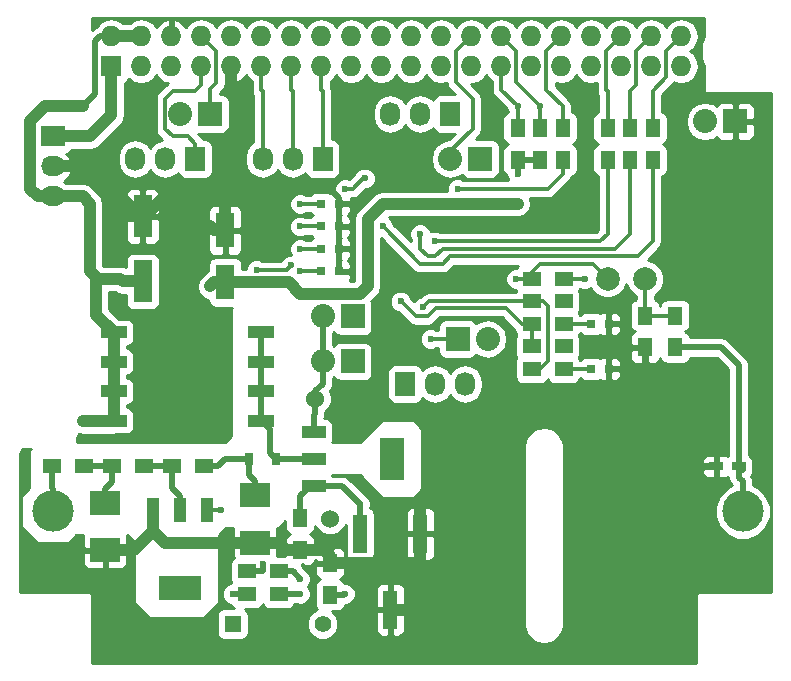
<source format=gtl>
G04 #@! TF.FileFunction,Copper,L1,Top,Signal*
%FSLAX46Y46*%
G04 Gerber Fmt 4.6, Leading zero omitted, Abs format (unit mm)*
G04 Created by KiCad (PCBNEW 0.201512281231+6406~40~ubuntu14.04.1-stable) date Son 03 Jan 2016 21:13:02 CET*
%MOMM*%
G01*
G04 APERTURE LIST*
%ADD10C,0.200000*%
%ADD11R,2.200000X1.000000*%
%ADD12R,1.500000X1.300000*%
%ADD13R,1.300000X1.500000*%
%ADD14R,1.727200X1.727200*%
%ADD15O,1.727200X1.727200*%
%ADD16R,0.797560X0.797560*%
%ADD17R,2.032000X2.032000*%
%ADD18O,2.032000X2.032000*%
%ADD19R,1.727200X2.032000*%
%ADD20O,1.727200X2.032000*%
%ADD21R,2.500000X2.000000*%
%ADD22R,1.200000X0.750000*%
%ADD23R,0.800000X1.100000*%
%ADD24C,3.500120*%
%ADD25C,1.998980*%
%ADD26R,2.032000X1.727200*%
%ADD27O,2.032000X1.727200*%
%ADD28R,2.032000X3.657600*%
%ADD29R,2.032000X1.016000*%
%ADD30R,3.657600X2.032000*%
%ADD31R,1.016000X2.032000*%
%ADD32R,1.422400X1.422400*%
%ADD33C,1.422400*%
%ADD34C,1.524000*%
%ADD35R,1.190000X3.300000*%
%ADD36R,1.600200X3.599180*%
%ADD37R,1.600200X2.999740*%
%ADD38C,0.600000*%
%ADD39C,1.000000*%
%ADD40C,1.000000*%
%ADD41C,0.500000*%
%ADD42C,0.350000*%
%ADD43C,0.254000*%
G04 APERTURE END LIST*
D10*
D11*
X47090000Y-62290000D03*
X47090000Y-64790000D03*
X47090000Y-67290000D03*
X47090000Y-69790000D03*
X59590000Y-69790000D03*
X59590000Y-67290000D03*
X59590000Y-64790000D03*
X59590000Y-62290000D03*
D12*
X58340000Y-84455000D03*
X61040000Y-84455000D03*
D13*
X65405000Y-84535000D03*
X65405000Y-81835000D03*
X62865000Y-78025000D03*
X62865000Y-80725000D03*
D12*
X51990000Y-73660000D03*
X54690000Y-73660000D03*
X58340000Y-82550000D03*
X61040000Y-82550000D03*
X46910000Y-73660000D03*
X49610000Y-73660000D03*
D14*
X46870000Y-39770000D03*
D15*
X46870000Y-37230000D03*
X49410000Y-39770000D03*
X49410000Y-37230000D03*
X51950000Y-39770000D03*
X51950000Y-37230000D03*
X54490000Y-39770000D03*
X54490000Y-37230000D03*
X57030000Y-39770000D03*
X57030000Y-37230000D03*
X59570000Y-39770000D03*
X59570000Y-37230000D03*
X62110000Y-39770000D03*
X62110000Y-37230000D03*
X64650000Y-39770000D03*
X64650000Y-37230000D03*
X67190000Y-39770000D03*
X67190000Y-37230000D03*
X69730000Y-39770000D03*
X69730000Y-37230000D03*
X72270000Y-39770000D03*
X72270000Y-37230000D03*
X74810000Y-39770000D03*
X74810000Y-37230000D03*
X77350000Y-39770000D03*
X77350000Y-37230000D03*
X79890000Y-39770000D03*
X79890000Y-37230000D03*
X82430000Y-39770000D03*
X82430000Y-37230000D03*
X84970000Y-39770000D03*
X84970000Y-37230000D03*
X87510000Y-39770000D03*
X87510000Y-37230000D03*
X90050000Y-39770000D03*
X90050000Y-37230000D03*
X92590000Y-39770000D03*
X92590000Y-37230000D03*
X95130000Y-39770000D03*
X95130000Y-37230000D03*
D16*
X64655700Y-55245000D03*
X66154300Y-55245000D03*
X64655700Y-53340000D03*
X66154300Y-53340000D03*
X64655700Y-51435000D03*
X66154300Y-51435000D03*
X87515700Y-61595000D03*
X89014300Y-61595000D03*
D12*
X44530000Y-73660000D03*
X41830000Y-73660000D03*
D13*
X85090000Y-45005000D03*
X85090000Y-47705000D03*
X88900000Y-45005000D03*
X88900000Y-47705000D03*
X90805000Y-45005000D03*
X90805000Y-47705000D03*
X92710000Y-45005000D03*
X92710000Y-47705000D03*
X94615000Y-60880000D03*
X94615000Y-63580000D03*
X92075000Y-63580000D03*
X92075000Y-60880000D03*
D12*
X82470000Y-57785000D03*
X85170000Y-57785000D03*
X85170000Y-61595000D03*
X82470000Y-61595000D03*
X85170000Y-65405000D03*
X82470000Y-65405000D03*
X85170000Y-63500000D03*
X82470000Y-63500000D03*
D17*
X67310000Y-60960000D03*
D18*
X64770000Y-60960000D03*
D19*
X53975000Y-47625000D03*
D20*
X51435000Y-47625000D03*
X48895000Y-47625000D03*
D21*
X59055000Y-76105000D03*
X59055000Y-80105000D03*
X46355000Y-76740000D03*
X46355000Y-80740000D03*
D22*
X100010000Y-73660000D03*
X98110000Y-73660000D03*
D23*
X58540000Y-73025000D03*
X60840000Y-73025000D03*
D16*
X64655700Y-57150000D03*
X66154300Y-57150000D03*
X87515700Y-65405000D03*
X89014300Y-65405000D03*
D19*
X71755000Y-66675000D03*
D20*
X74295000Y-66675000D03*
X76835000Y-66675000D03*
D17*
X67310000Y-64770000D03*
D18*
X64770000Y-64770000D03*
D17*
X76200000Y-62865000D03*
D18*
X78740000Y-62865000D03*
D24*
X100330000Y-77470000D03*
D25*
X92075000Y-57785000D03*
X88900000Y-57785000D03*
D26*
X41910000Y-45720000D03*
D27*
X41910000Y-48260000D03*
X41910000Y-50800000D03*
D19*
X64770000Y-47625000D03*
D20*
X62230000Y-47625000D03*
X59690000Y-47625000D03*
D19*
X75565000Y-43815000D03*
D20*
X73025000Y-43815000D03*
X70485000Y-43815000D03*
D17*
X99695000Y-44450000D03*
D18*
X97155000Y-44450000D03*
D17*
X55245000Y-43815000D03*
D18*
X52705000Y-43815000D03*
D17*
X78105000Y-47625000D03*
D18*
X75565000Y-47625000D03*
D28*
X70612000Y-73025000D03*
D29*
X64008000Y-73025000D03*
X64008000Y-75311000D03*
X64008000Y-70739000D03*
D30*
X52705000Y-83947000D03*
D31*
X52705000Y-77343000D03*
X50419000Y-77343000D03*
X54991000Y-77343000D03*
D12*
X85170000Y-59690000D03*
X82470000Y-59690000D03*
D13*
X81280000Y-47705000D03*
X81280000Y-45005000D03*
X83185000Y-47705000D03*
X83185000Y-45005000D03*
D32*
X57150000Y-86995000D03*
D33*
X64770000Y-86995000D03*
D34*
X65405000Y-78105000D03*
X64135000Y-67945000D03*
D24*
X41910000Y-77470000D03*
D35*
X73025000Y-79375000D03*
X70485000Y-85775000D03*
X67945000Y-79375000D03*
D36*
X49530000Y-57995820D03*
X49530000Y-52494180D03*
D37*
X56515000Y-58079640D03*
X56515000Y-53680360D03*
D38*
X72390000Y-46990000D03*
X71120000Y-46990000D03*
X73025000Y-46355000D03*
X71755000Y-46355000D03*
X70485000Y-46355000D03*
X86995000Y-45720000D03*
X86995000Y-44450000D03*
X86995000Y-51435000D03*
X85090000Y-51435000D03*
X83185000Y-51435000D03*
X73025000Y-77343000D03*
X88900000Y-59690000D03*
X57150000Y-80010000D03*
D39*
X55245000Y-53340000D03*
X47625000Y-52705000D03*
D38*
X66040000Y-80010000D03*
X45720000Y-69850000D03*
X45085000Y-69850000D03*
X44450000Y-69850000D03*
D39*
X47625000Y-57785000D03*
D38*
X44450000Y-43180000D03*
X57150000Y-84455000D03*
X81280000Y-51435000D03*
X86995000Y-57785000D03*
X81280000Y-48895000D03*
D39*
X55245000Y-58420000D03*
D38*
X62865000Y-57150000D03*
X81280000Y-43180000D03*
X83185000Y-43180000D03*
X67945000Y-76835000D03*
X81153000Y-57785000D03*
X71374000Y-59690000D03*
X62865000Y-83185000D03*
X68326000Y-49276000D03*
X66675000Y-50165000D03*
X56134000Y-77343000D03*
X62103000Y-56642000D03*
X59182000Y-57023000D03*
X73279000Y-60198000D03*
X62865000Y-55245000D03*
X62865000Y-53340000D03*
X62865000Y-51435000D03*
X73914000Y-62865000D03*
X62865000Y-84455000D03*
X59690000Y-81915000D03*
X66675000Y-84455000D03*
X76200000Y-50165000D03*
X74295000Y-54610000D03*
X73025000Y-53975000D03*
X69850000Y-53340000D03*
D40*
X73025000Y-77343000D02*
X73025000Y-79375000D01*
D41*
X98110000Y-73660000D02*
X93345000Y-73660000D01*
X92075000Y-72390000D02*
X92075000Y-63580000D01*
X93345000Y-73660000D02*
X92075000Y-72390000D01*
X88900000Y-59690000D02*
X89014300Y-59804300D01*
X89014300Y-59804300D02*
X89014300Y-61595000D01*
D42*
X92075000Y-63580000D02*
X88900000Y-63580000D01*
X88900000Y-63580000D02*
X88900000Y-63500000D01*
X89014300Y-65405000D02*
X89014300Y-64884300D01*
X89014300Y-64884300D02*
X88900000Y-64770000D01*
X88900000Y-64770000D02*
X88900000Y-63500000D01*
X88900000Y-63500000D02*
X88900000Y-62230000D01*
X88900000Y-62230000D02*
X89014300Y-62115700D01*
X89014300Y-62115700D02*
X89014300Y-61595000D01*
D41*
X57150000Y-80010000D02*
X57150000Y-80105000D01*
X66154300Y-51435000D02*
X66154300Y-50914300D01*
X66154300Y-50914300D02*
X65405000Y-50165000D01*
X65405000Y-50165000D02*
X56515000Y-50165000D01*
X66154300Y-53340000D02*
X66154300Y-51435000D01*
X66154300Y-55245000D02*
X66154300Y-53340000D01*
X66154300Y-57150000D02*
X66154300Y-55245000D01*
D40*
X56515000Y-50800000D02*
X51435000Y-50800000D01*
X51435000Y-50800000D02*
X49740820Y-52494180D01*
X49740820Y-52494180D02*
X49530000Y-52494180D01*
X57030000Y-39770000D02*
X57030000Y-41790000D01*
X57030000Y-41790000D02*
X57785000Y-42545000D01*
X57785000Y-42545000D02*
X57785000Y-45720000D01*
X57785000Y-45720000D02*
X56515000Y-46990000D01*
X56515000Y-46990000D02*
X56515000Y-50165000D01*
X56515000Y-50165000D02*
X56515000Y-50800000D01*
X56515000Y-50800000D02*
X56515000Y-53680360D01*
X49530000Y-52494180D02*
X49319180Y-52494180D01*
X49319180Y-52494180D02*
X47625000Y-50800000D01*
X47625000Y-50800000D02*
X45085000Y-48260000D01*
X45085000Y-48260000D02*
X41910000Y-48260000D01*
X56515000Y-53680360D02*
X55585360Y-53680360D01*
X55585360Y-53680360D02*
X55245000Y-53340000D01*
X49530000Y-52494180D02*
X47835820Y-52494180D01*
X47835820Y-52494180D02*
X47625000Y-52705000D01*
X57030000Y-39770000D02*
X57030000Y-40520000D01*
D41*
X65405000Y-80645000D02*
X65405000Y-81835000D01*
X66040000Y-80010000D02*
X65405000Y-80645000D01*
D40*
X62865000Y-80725000D02*
X61675000Y-80725000D01*
X61055000Y-80105000D02*
X59055000Y-80105000D01*
X61675000Y-80725000D02*
X61055000Y-80105000D01*
X65405000Y-81835000D02*
X65405000Y-81280000D01*
X65405000Y-81280000D02*
X64850000Y-80725000D01*
X64850000Y-80725000D02*
X62865000Y-80725000D01*
X65405000Y-81835000D02*
X73025000Y-81835000D01*
X73025000Y-81835000D02*
X73025000Y-81915000D01*
X70485000Y-85775000D02*
X72340000Y-85775000D01*
X73025000Y-85090000D02*
X73025000Y-81915000D01*
X73025000Y-81915000D02*
X73025000Y-79375000D01*
X72340000Y-85775000D02*
X73025000Y-85090000D01*
X59055000Y-80105000D02*
X57150000Y-80105000D01*
X57150000Y-80105000D02*
X51403000Y-80105000D01*
X51403000Y-80105000D02*
X50419000Y-79121000D01*
X46355000Y-80740000D02*
X48800000Y-80740000D01*
X50419000Y-79121000D02*
X50419000Y-77343000D01*
X48800000Y-80740000D02*
X50419000Y-79121000D01*
D42*
X51950000Y-37230000D02*
X52230000Y-37230000D01*
D41*
X59055000Y-76105000D02*
X59055000Y-74930000D01*
X58540000Y-74415000D02*
X58540000Y-73025000D01*
X59055000Y-74930000D02*
X58540000Y-74415000D01*
X54690000Y-73660000D02*
X55880000Y-73660000D01*
X56515000Y-73025000D02*
X58540000Y-73025000D01*
X55880000Y-73660000D02*
X56515000Y-73025000D01*
D40*
X47090000Y-62290000D02*
X45593000Y-60793000D01*
X45593000Y-60793000D02*
X45593000Y-57658000D01*
X44450000Y-69850000D02*
X45720000Y-69850000D01*
X45720000Y-69850000D02*
X47030000Y-69850000D01*
X47030000Y-69850000D02*
X47090000Y-69790000D01*
X45085000Y-69850000D02*
X44450000Y-69850000D01*
X41910000Y-50800000D02*
X44450000Y-50800000D01*
X45085000Y-57150000D02*
X45593000Y-57658000D01*
X45085000Y-51435000D02*
X45085000Y-57150000D01*
X44450000Y-50800000D02*
X45085000Y-51435000D01*
X45593000Y-57658000D02*
X45720000Y-57785000D01*
X45720000Y-57785000D02*
X47625000Y-57785000D01*
X49530000Y-57995820D02*
X47835820Y-57995820D01*
X47835820Y-57995820D02*
X47625000Y-57785000D01*
D41*
X46870000Y-37230000D02*
X45955000Y-37230000D01*
X45529500Y-42100500D02*
X44450000Y-43180000D01*
X45529500Y-37655500D02*
X45529500Y-42100500D01*
X45955000Y-37230000D02*
X45529500Y-37655500D01*
D40*
X40640000Y-50800000D02*
X40005000Y-50165000D01*
X40640000Y-50800000D02*
X41910000Y-50800000D01*
X41275000Y-43180000D02*
X44450000Y-43180000D01*
X40005000Y-44450000D02*
X41275000Y-43180000D01*
X40005000Y-50165000D02*
X40005000Y-44450000D01*
X49410000Y-37230000D02*
X46870000Y-37230000D01*
X47090000Y-69790000D02*
X47090000Y-67290000D01*
X47090000Y-67290000D02*
X47090000Y-64790000D01*
X47090000Y-64790000D02*
X47090000Y-62290000D01*
D41*
X57150000Y-84455000D02*
X58340000Y-84455000D01*
X100010000Y-73660000D02*
X100010000Y-65085000D01*
X98505000Y-63580000D02*
X94615000Y-63580000D01*
X100010000Y-65085000D02*
X98505000Y-63580000D01*
X100010000Y-73660000D02*
X100010000Y-74610000D01*
X100330000Y-74930000D02*
X100330000Y-77470000D01*
X100010000Y-74610000D02*
X100330000Y-74930000D01*
X100330000Y-73980000D02*
X100010000Y-73660000D01*
D40*
X56515000Y-58079640D02*
X61889640Y-58079640D01*
X61889640Y-58079640D02*
X62865000Y-59055000D01*
X62865000Y-59055000D02*
X67945000Y-59055000D01*
X67945000Y-59055000D02*
X68580000Y-58420000D01*
X68580000Y-58420000D02*
X68580000Y-52705000D01*
X68580000Y-52705000D02*
X69850000Y-51435000D01*
X69850000Y-51435000D02*
X81280000Y-51435000D01*
D42*
X85170000Y-57785000D02*
X86995000Y-57785000D01*
D41*
X81280000Y-48895000D02*
X81280000Y-47705000D01*
X81280000Y-47705000D02*
X83185000Y-47705000D01*
D40*
X56515000Y-58079640D02*
X55585360Y-58079640D01*
X55585360Y-58079640D02*
X55245000Y-58420000D01*
X41910000Y-45720000D02*
X45085000Y-45720000D01*
X46870000Y-43935000D02*
X46870000Y-39770000D01*
X45085000Y-45720000D02*
X46870000Y-43935000D01*
D42*
X64655700Y-57150000D02*
X62865000Y-57150000D01*
X81280000Y-45005000D02*
X81280000Y-43180000D01*
X81280000Y-43180000D02*
X79890000Y-41790000D01*
X79890000Y-41790000D02*
X79890000Y-39770000D01*
X83185000Y-45005000D02*
X83185000Y-43180000D01*
X83185000Y-43180000D02*
X81153000Y-41148000D01*
X81153000Y-41148000D02*
X81153000Y-38493000D01*
X81153000Y-38493000D02*
X79890000Y-37230000D01*
D41*
X64008000Y-75311000D02*
X66421000Y-75311000D01*
X66421000Y-75311000D02*
X67945000Y-76835000D01*
X67945000Y-79375000D02*
X67945000Y-76835000D01*
X64008000Y-75311000D02*
X63754000Y-75311000D01*
X63754000Y-75311000D02*
X62865000Y-76200000D01*
X62865000Y-76200000D02*
X62865000Y-78025000D01*
D42*
X82470000Y-57785000D02*
X82470000Y-57230000D01*
X82470000Y-57230000D02*
X83185000Y-56515000D01*
X83185000Y-56515000D02*
X87630000Y-56515000D01*
X87630000Y-56515000D02*
X88900000Y-57785000D01*
X81153000Y-57785000D02*
X82470000Y-57785000D01*
X82470000Y-63500000D02*
X82470000Y-61595000D01*
X82470000Y-61595000D02*
X81661000Y-61595000D01*
X81661000Y-61595000D02*
X80306002Y-60240002D01*
X80306002Y-60240002D02*
X74379998Y-60240002D01*
X74379998Y-60240002D02*
X73660000Y-60960000D01*
X73660000Y-60960000D02*
X72644000Y-60960000D01*
X72644000Y-60960000D02*
X71374000Y-59690000D01*
D41*
X62230000Y-82550000D02*
X61040000Y-82550000D01*
X62865000Y-83185000D02*
X62230000Y-82550000D01*
X60840000Y-73025000D02*
X64008000Y-73025000D01*
X59590000Y-62290000D02*
X59590000Y-64790000D01*
X59590000Y-64790000D02*
X59590000Y-67290000D01*
X59590000Y-67290000D02*
X59590000Y-69790000D01*
X59590000Y-69790000D02*
X60325000Y-70525000D01*
X60325000Y-70525000D02*
X60325000Y-72510000D01*
X60325000Y-72510000D02*
X60840000Y-73025000D01*
D42*
X68326000Y-49276000D02*
X68199000Y-49276000D01*
X67310000Y-50165000D02*
X68199000Y-49276000D01*
X67056000Y-50165000D02*
X67310000Y-50165000D01*
X66675000Y-50165000D02*
X67056000Y-50165000D01*
X56134000Y-77343000D02*
X54991000Y-77343000D01*
X61722000Y-57023000D02*
X62103000Y-56642000D01*
X61214000Y-57023000D02*
X61722000Y-57023000D01*
X59182000Y-57023000D02*
X61214000Y-57023000D01*
X85090000Y-45005000D02*
X85090000Y-43180000D01*
X85090000Y-43180000D02*
X83693000Y-41783000D01*
X83693000Y-41783000D02*
X83693000Y-38507000D01*
X83693000Y-38507000D02*
X84970000Y-37230000D01*
X82470000Y-65405000D02*
X83185000Y-65405000D01*
X83185000Y-65405000D02*
X83820000Y-64770000D01*
X83820000Y-64770000D02*
X83820000Y-60071000D01*
X83820000Y-60071000D02*
X83439000Y-59690000D01*
X83439000Y-59690000D02*
X82470000Y-59690000D01*
X82470000Y-59690000D02*
X73787000Y-59690000D01*
X73787000Y-59690000D02*
X73279000Y-60198000D01*
X62865000Y-55245000D02*
X64655700Y-55245000D01*
X64655700Y-53340000D02*
X62865000Y-53340000D01*
X62865000Y-51435000D02*
X64655700Y-51435000D01*
X85170000Y-61595000D02*
X87515700Y-61595000D01*
X88900000Y-45005000D02*
X88900000Y-41910000D01*
X88900000Y-41910000D02*
X88773000Y-41783000D01*
X88773000Y-41783000D02*
X88773000Y-38507000D01*
X88773000Y-38507000D02*
X90050000Y-37230000D01*
X90805000Y-45005000D02*
X90805000Y-41846500D01*
X90805000Y-41846500D02*
X91313000Y-41338500D01*
X91313000Y-41338500D02*
X91313000Y-38507000D01*
X91313000Y-38507000D02*
X92590000Y-37230000D01*
X92710000Y-45005000D02*
X92710000Y-41846500D01*
X92710000Y-41846500D02*
X93853000Y-40703500D01*
X93853000Y-40703500D02*
X93853000Y-38507000D01*
X93853000Y-38507000D02*
X95130000Y-37230000D01*
X73914000Y-62865000D02*
X76200000Y-62865000D01*
X76835000Y-62357000D02*
X76835000Y-62865000D01*
X53975000Y-47625000D02*
X53975000Y-46355000D01*
X54490000Y-41395000D02*
X54490000Y-39770000D01*
X53975000Y-41910000D02*
X54490000Y-41395000D01*
X52070000Y-41910000D02*
X53975000Y-41910000D01*
X51435000Y-42545000D02*
X52070000Y-41910000D01*
X51435000Y-45085000D02*
X51435000Y-42545000D01*
X52070000Y-45720000D02*
X51435000Y-45085000D01*
X53340000Y-45720000D02*
X52070000Y-45720000D01*
X53975000Y-46355000D02*
X53340000Y-45720000D01*
X55245000Y-43815000D02*
X55245000Y-41719500D01*
X55753000Y-38493000D02*
X54490000Y-37230000D01*
X55753000Y-41211500D02*
X55753000Y-38493000D01*
X55245000Y-41719500D02*
X55753000Y-41211500D01*
X77470000Y-45085000D02*
X77470000Y-42545000D01*
X77470000Y-42545000D02*
X76073000Y-41148000D01*
X76073000Y-41148000D02*
X76073000Y-38507000D01*
X75565000Y-47625000D02*
X75565000Y-46990000D01*
X75565000Y-46990000D02*
X77470000Y-45085000D01*
X76073000Y-38507000D02*
X77350000Y-37230000D01*
X59690000Y-47625000D02*
X59690000Y-41910000D01*
X59570000Y-41790000D02*
X59570000Y-39770000D01*
X59690000Y-41910000D02*
X59570000Y-41790000D01*
X62230000Y-47625000D02*
X62230000Y-41910000D01*
X62110000Y-41790000D02*
X62110000Y-39770000D01*
X62230000Y-41910000D02*
X62110000Y-41790000D01*
X64770000Y-47625000D02*
X64770000Y-41910000D01*
X64650000Y-41790000D02*
X64650000Y-39770000D01*
X64770000Y-41910000D02*
X64650000Y-41790000D01*
D41*
X46355000Y-76740000D02*
X46355000Y-75565000D01*
X46910000Y-75010000D02*
X46910000Y-73660000D01*
X46355000Y-75565000D02*
X46910000Y-75010000D01*
X44530000Y-73660000D02*
X46910000Y-73660000D01*
D42*
X85170000Y-65405000D02*
X87515700Y-65405000D01*
D41*
X62865000Y-84455000D02*
X61040000Y-84455000D01*
X64770000Y-64770000D02*
X64770000Y-60960000D01*
X64135000Y-67945000D02*
X64135000Y-67310000D01*
X64135000Y-67310000D02*
X64770000Y-66675000D01*
X64770000Y-66675000D02*
X64770000Y-64770000D01*
X64008000Y-70739000D02*
X64008000Y-69342000D01*
X64135000Y-69215000D02*
X64135000Y-67945000D01*
X64008000Y-69342000D02*
X64135000Y-69215000D01*
X58340000Y-82550000D02*
X59690000Y-82550000D01*
X59690000Y-82550000D02*
X59690000Y-81915000D01*
X41910000Y-77470000D02*
X41910000Y-75565000D01*
X41830000Y-75485000D02*
X41830000Y-73660000D01*
X41910000Y-75565000D02*
X41830000Y-75485000D01*
D42*
X92075000Y-60880000D02*
X92075000Y-57785000D01*
X92075000Y-60880000D02*
X94615000Y-60880000D01*
D41*
X52705000Y-77343000D02*
X52705000Y-76200000D01*
X51990000Y-75485000D02*
X51990000Y-73660000D01*
X52705000Y-76200000D02*
X51990000Y-75485000D01*
X49610000Y-73660000D02*
X51990000Y-73660000D01*
X66595000Y-84535000D02*
X65405000Y-84535000D01*
X66675000Y-84455000D02*
X66595000Y-84535000D01*
D42*
X76200000Y-50165000D02*
X83820000Y-50165000D01*
X83820000Y-50165000D02*
X85090000Y-48895000D01*
X85090000Y-48895000D02*
X85090000Y-47705000D01*
X88900000Y-47705000D02*
X88900000Y-53975000D01*
X88900000Y-53975000D02*
X88265000Y-54610000D01*
X88265000Y-54610000D02*
X74295000Y-54610000D01*
X73025000Y-53975000D02*
X73025000Y-54610000D01*
X73025000Y-54610000D02*
X73025000Y-55245000D01*
X73025000Y-55245000D02*
X73660000Y-55880000D01*
X73660000Y-55880000D02*
X74295000Y-55880000D01*
X74295000Y-55880000D02*
X74930000Y-55245000D01*
X74930000Y-55245000D02*
X89535000Y-55245000D01*
X89535000Y-55245000D02*
X90805000Y-53975000D01*
X90805000Y-53975000D02*
X90805000Y-47705000D01*
X92710000Y-47705000D02*
X92710000Y-54610000D01*
X92710000Y-54610000D02*
X91440000Y-55880000D01*
X91440000Y-55880000D02*
X75565000Y-55880000D01*
X75565000Y-55880000D02*
X74930000Y-56515000D01*
X74930000Y-56515000D02*
X73025000Y-56515000D01*
X73025000Y-56515000D02*
X69850000Y-53340000D01*
D43*
G36*
X97028000Y-37242536D02*
X96773561Y-37855294D01*
X96772441Y-39139074D01*
X97028000Y-39757575D01*
X97028000Y-41910000D01*
X97038006Y-41959410D01*
X97066447Y-42001035D01*
X97108841Y-42028315D01*
X97155000Y-42037000D01*
X102743000Y-42037000D01*
X102743000Y-84328000D01*
X100775810Y-84328000D01*
X100644706Y-84273561D01*
X99360926Y-84272441D01*
X99226463Y-84328000D01*
X96520000Y-84328000D01*
X96470590Y-84338006D01*
X96428965Y-84366447D01*
X96401685Y-84408841D01*
X96393000Y-84455000D01*
X96393000Y-90323000D01*
X45212000Y-90323000D01*
X45212000Y-88179479D01*
X45226439Y-88144706D01*
X45227559Y-86860926D01*
X45212000Y-86823270D01*
X45212000Y-84455000D01*
X45201994Y-84405590D01*
X45173553Y-84363965D01*
X45131159Y-84336685D01*
X45085000Y-84328000D01*
X42775810Y-84328000D01*
X42644706Y-84273561D01*
X41360926Y-84272441D01*
X41226463Y-84328000D01*
X39177000Y-84328000D01*
X39177000Y-81025750D01*
X44470000Y-81025750D01*
X44470000Y-81866309D01*
X44566673Y-82099698D01*
X44745301Y-82278327D01*
X44978690Y-82375000D01*
X46069250Y-82375000D01*
X46228000Y-82216250D01*
X46228000Y-80867000D01*
X46482000Y-80867000D01*
X46482000Y-82216250D01*
X46640750Y-82375000D01*
X47731310Y-82375000D01*
X47964699Y-82278327D01*
X48143327Y-82099698D01*
X48240000Y-81866309D01*
X48240000Y-81025750D01*
X48081250Y-80867000D01*
X46482000Y-80867000D01*
X46228000Y-80867000D01*
X44628750Y-80867000D01*
X44470000Y-81025750D01*
X39177000Y-81025750D01*
X39177000Y-72566680D01*
X39213841Y-72381468D01*
X39280983Y-72280983D01*
X39381468Y-72213841D01*
X39566679Y-72177000D01*
X40038394Y-72177000D01*
X39915197Y-72300197D01*
X39888006Y-72340590D01*
X39878000Y-72390000D01*
X39878000Y-75512394D01*
X39280197Y-76110197D01*
X39253006Y-76150590D01*
X39243000Y-76200000D01*
X39243000Y-78740000D01*
X39252334Y-78787789D01*
X39280197Y-78829803D01*
X40550197Y-80099803D01*
X40590590Y-80126994D01*
X40640000Y-80137000D01*
X43180000Y-80137000D01*
X43227789Y-80127666D01*
X43269803Y-80099803D01*
X43867606Y-79502000D01*
X44516264Y-79502000D01*
X44470000Y-79613691D01*
X44470000Y-80454250D01*
X44628750Y-80613000D01*
X46228000Y-80613000D01*
X46228000Y-80593000D01*
X46482000Y-80593000D01*
X46482000Y-80613000D01*
X48081250Y-80613000D01*
X48240000Y-80454250D01*
X48240000Y-79613691D01*
X48193736Y-79502000D01*
X48207394Y-79502000D01*
X48768000Y-80062606D01*
X48768000Y-85090000D01*
X48777334Y-85137789D01*
X48805197Y-85179803D01*
X50075197Y-86449803D01*
X50115590Y-86476994D01*
X50165000Y-86487000D01*
X54610000Y-86487000D01*
X54657789Y-86477666D01*
X54699803Y-86449803D01*
X54865806Y-86283800D01*
X55799517Y-86283800D01*
X55799517Y-87706200D01*
X55843237Y-87938552D01*
X55980557Y-88151953D01*
X56190083Y-88295117D01*
X56438800Y-88345483D01*
X57861200Y-88345483D01*
X58093552Y-88301763D01*
X58306953Y-88164443D01*
X58450117Y-87954917D01*
X58500483Y-87706200D01*
X58500483Y-87260017D01*
X63431568Y-87260017D01*
X63634868Y-87752039D01*
X64010981Y-88128809D01*
X64502648Y-88332967D01*
X65035017Y-88333432D01*
X65527039Y-88130132D01*
X65903809Y-87754019D01*
X66107967Y-87262352D01*
X66108432Y-86729983D01*
X65905132Y-86237961D01*
X65728231Y-86060750D01*
X69255000Y-86060750D01*
X69255000Y-87551310D01*
X69351673Y-87784699D01*
X69530302Y-87963327D01*
X69763691Y-88060000D01*
X70199250Y-88060000D01*
X70358000Y-87901250D01*
X70358000Y-85902000D01*
X70612000Y-85902000D01*
X70612000Y-87901250D01*
X70770750Y-88060000D01*
X71206309Y-88060000D01*
X71439698Y-87963327D01*
X71618327Y-87784699D01*
X71715000Y-87551310D01*
X71715000Y-86060750D01*
X71556250Y-85902000D01*
X70612000Y-85902000D01*
X70358000Y-85902000D01*
X69413750Y-85902000D01*
X69255000Y-86060750D01*
X65728231Y-86060750D01*
X65592001Y-85924283D01*
X66055000Y-85924283D01*
X66287352Y-85880563D01*
X66500753Y-85743243D01*
X66643917Y-85533717D01*
X66671653Y-85396753D01*
X66745506Y-85382062D01*
X66858583Y-85382161D01*
X67199417Y-85241331D01*
X67460414Y-84980789D01*
X67601839Y-84640201D01*
X67602161Y-84271417D01*
X67489473Y-83998690D01*
X69255000Y-83998690D01*
X69255000Y-85489250D01*
X69413750Y-85648000D01*
X70358000Y-85648000D01*
X70358000Y-83648750D01*
X70612000Y-83648750D01*
X70612000Y-85648000D01*
X71556250Y-85648000D01*
X71715000Y-85489250D01*
X71715000Y-83998690D01*
X71618327Y-83765301D01*
X71439698Y-83586673D01*
X71206309Y-83490000D01*
X70770750Y-83490000D01*
X70612000Y-83648750D01*
X70358000Y-83648750D01*
X70199250Y-83490000D01*
X69763691Y-83490000D01*
X69530302Y-83586673D01*
X69351673Y-83765301D01*
X69255000Y-83998690D01*
X67489473Y-83998690D01*
X67461331Y-83930583D01*
X67200789Y-83669586D01*
X66860201Y-83528161D01*
X66634679Y-83527964D01*
X66513243Y-83339247D01*
X66303717Y-83196083D01*
X66260284Y-83187288D01*
X66414699Y-83123327D01*
X66593327Y-82944698D01*
X66690000Y-82711309D01*
X66690000Y-82120750D01*
X66531250Y-81962000D01*
X65532000Y-81962000D01*
X65532000Y-81982000D01*
X65278000Y-81982000D01*
X65278000Y-81962000D01*
X64278750Y-81962000D01*
X64120000Y-82120750D01*
X64120000Y-82711309D01*
X64216673Y-82944698D01*
X64395301Y-83123327D01*
X64544829Y-83185263D01*
X64522648Y-83189437D01*
X64309247Y-83326757D01*
X64166083Y-83536283D01*
X64115717Y-83785000D01*
X64115717Y-85285000D01*
X64159437Y-85517352D01*
X64296757Y-85730753D01*
X64307567Y-85738139D01*
X64012961Y-85859868D01*
X63636191Y-86235981D01*
X63432033Y-86727648D01*
X63431568Y-87260017D01*
X58500483Y-87260017D01*
X58500483Y-86283800D01*
X58456763Y-86051448D01*
X58319443Y-85838047D01*
X58182216Y-85744283D01*
X59090000Y-85744283D01*
X59322352Y-85700563D01*
X59535753Y-85563243D01*
X59678917Y-85353717D01*
X59688558Y-85306108D01*
X59694437Y-85337352D01*
X59831757Y-85550753D01*
X60041283Y-85693917D01*
X60290000Y-85744283D01*
X61790000Y-85744283D01*
X62022352Y-85700563D01*
X62235753Y-85563243D01*
X62378917Y-85353717D01*
X62383315Y-85332000D01*
X62559774Y-85332000D01*
X62679799Y-85381839D01*
X63048583Y-85382161D01*
X63389417Y-85241331D01*
X63650414Y-84980789D01*
X63791839Y-84640201D01*
X63792161Y-84271417D01*
X63651331Y-83930583D01*
X63540976Y-83820036D01*
X63650414Y-83710789D01*
X63791839Y-83370201D01*
X63792161Y-83001417D01*
X63651331Y-82660583D01*
X63390789Y-82399586D01*
X63269479Y-82349213D01*
X62992002Y-82071736D01*
X62992002Y-81951252D01*
X63150750Y-82110000D01*
X63641310Y-82110000D01*
X63874699Y-82013327D01*
X64053327Y-81834698D01*
X64150000Y-81601309D01*
X64150000Y-81579250D01*
X64278750Y-81708000D01*
X65278000Y-81708000D01*
X65278000Y-80608750D01*
X65532000Y-80608750D01*
X65532000Y-81708000D01*
X66531250Y-81708000D01*
X66690000Y-81549250D01*
X66690000Y-80958691D01*
X66593327Y-80725302D01*
X66414699Y-80546673D01*
X66181310Y-80450000D01*
X65690750Y-80450000D01*
X65532000Y-80608750D01*
X65278000Y-80608750D01*
X65119250Y-80450000D01*
X64628690Y-80450000D01*
X64395301Y-80546673D01*
X64216673Y-80725302D01*
X64120000Y-80958691D01*
X64120000Y-80980750D01*
X63991250Y-80852000D01*
X62992000Y-80852000D01*
X62992000Y-80872000D01*
X62738000Y-80872000D01*
X62738000Y-80852000D01*
X61738750Y-80852000D01*
X61580000Y-81010750D01*
X61580000Y-81260717D01*
X60927819Y-81260717D01*
X60940000Y-81231309D01*
X60940000Y-80390750D01*
X60781250Y-80232000D01*
X59182000Y-80232000D01*
X59182000Y-80252000D01*
X58928000Y-80252000D01*
X58928000Y-80232000D01*
X57328750Y-80232000D01*
X57170000Y-80390750D01*
X57170000Y-81231309D01*
X57233406Y-81384385D01*
X57144247Y-81441757D01*
X57001083Y-81651283D01*
X56950717Y-81900000D01*
X56950717Y-83200000D01*
X56994437Y-83432352D01*
X57038730Y-83501185D01*
X57020486Y-83527886D01*
X56966417Y-83527839D01*
X56625583Y-83668669D01*
X56364586Y-83929211D01*
X56223161Y-84269799D01*
X56222839Y-84638583D01*
X56363669Y-84979417D01*
X56624211Y-85240414D01*
X56964799Y-85381839D01*
X57023096Y-85381890D01*
X57131757Y-85550753D01*
X57268984Y-85644517D01*
X56438800Y-85644517D01*
X56206448Y-85688237D01*
X55993047Y-85825557D01*
X55849883Y-86035083D01*
X55799517Y-86283800D01*
X54865806Y-86283800D01*
X55969803Y-85179803D01*
X55996994Y-85139410D01*
X56007000Y-85090000D01*
X56007000Y-79427606D01*
X56567606Y-78867000D01*
X57216264Y-78867000D01*
X57170000Y-78978691D01*
X57170000Y-79819250D01*
X57328750Y-79978000D01*
X58928000Y-79978000D01*
X58928000Y-79958000D01*
X59182000Y-79958000D01*
X59182000Y-79978000D01*
X60781250Y-79978000D01*
X60940000Y-79819250D01*
X60940000Y-78978691D01*
X60893736Y-78867000D01*
X60960000Y-78867000D01*
X61007789Y-78857666D01*
X61049803Y-78829803D01*
X61575717Y-78303889D01*
X61575717Y-78775000D01*
X61619437Y-79007352D01*
X61756757Y-79220753D01*
X61966283Y-79363917D01*
X62009716Y-79372712D01*
X61855301Y-79436673D01*
X61676673Y-79615302D01*
X61580000Y-79848691D01*
X61580000Y-80439250D01*
X61738750Y-80598000D01*
X62738000Y-80598000D01*
X62738000Y-80578000D01*
X62992000Y-80578000D01*
X62992000Y-80598000D01*
X63991250Y-80598000D01*
X64150000Y-80439250D01*
X64150000Y-79848691D01*
X64053327Y-79615302D01*
X63874699Y-79436673D01*
X63725171Y-79374737D01*
X63747352Y-79370563D01*
X63960753Y-79233243D01*
X64103917Y-79023717D01*
X64154283Y-78775000D01*
X64154283Y-78715328D01*
X64226777Y-78890777D01*
X64617167Y-79281850D01*
X65127499Y-79493758D01*
X65680077Y-79494240D01*
X66190777Y-79283223D01*
X66581850Y-78892833D01*
X66710717Y-78582486D01*
X66710717Y-81025000D01*
X66754437Y-81257352D01*
X66891757Y-81470753D01*
X67101283Y-81613917D01*
X67350000Y-81664283D01*
X68540000Y-81664283D01*
X68772352Y-81620563D01*
X68985753Y-81483243D01*
X69128917Y-81273717D01*
X69179283Y-81025000D01*
X69179283Y-79660750D01*
X71795000Y-79660750D01*
X71795000Y-81151310D01*
X71891673Y-81384699D01*
X72070302Y-81563327D01*
X72303691Y-81660000D01*
X72739250Y-81660000D01*
X72898000Y-81501250D01*
X72898000Y-79502000D01*
X73152000Y-79502000D01*
X73152000Y-81501250D01*
X73310750Y-81660000D01*
X73746309Y-81660000D01*
X73979698Y-81563327D01*
X74158327Y-81384699D01*
X74255000Y-81151310D01*
X74255000Y-79660750D01*
X74096250Y-79502000D01*
X73152000Y-79502000D01*
X72898000Y-79502000D01*
X71953750Y-79502000D01*
X71795000Y-79660750D01*
X69179283Y-79660750D01*
X69179283Y-77725000D01*
X69155517Y-77598690D01*
X71795000Y-77598690D01*
X71795000Y-79089250D01*
X71953750Y-79248000D01*
X72898000Y-79248000D01*
X72898000Y-77248750D01*
X73152000Y-77248750D01*
X73152000Y-79248000D01*
X74096250Y-79248000D01*
X74255000Y-79089250D01*
X74255000Y-77598690D01*
X74158327Y-77365301D01*
X73979698Y-77186673D01*
X73746309Y-77090000D01*
X73310750Y-77090000D01*
X73152000Y-77248750D01*
X72898000Y-77248750D01*
X72739250Y-77090000D01*
X72303691Y-77090000D01*
X72070302Y-77186673D01*
X71891673Y-77365301D01*
X71795000Y-77598690D01*
X69155517Y-77598690D01*
X69135563Y-77492648D01*
X68998243Y-77279247D01*
X68822000Y-77158824D01*
X68822000Y-77140226D01*
X68871839Y-77020201D01*
X68872161Y-76651417D01*
X68731331Y-76310583D01*
X68470789Y-76049586D01*
X68349478Y-75999213D01*
X67041133Y-74690867D01*
X66756613Y-74500758D01*
X66421000Y-74434000D01*
X65531632Y-74434000D01*
X65523910Y-74422000D01*
X67892394Y-74422000D01*
X69760197Y-76289803D01*
X69800590Y-76316994D01*
X69850000Y-76327000D01*
X72390000Y-76327000D01*
X72437789Y-76317666D01*
X72479803Y-76289803D01*
X73114803Y-75654803D01*
X73141994Y-75614410D01*
X73152000Y-75565000D01*
X73152000Y-72000000D01*
X81823000Y-72000000D01*
X81823000Y-87000000D01*
X81836008Y-87065396D01*
X81836008Y-87132076D01*
X81912128Y-87514758D01*
X81957985Y-87625466D01*
X82013215Y-87758804D01*
X82229988Y-88083228D01*
X82416772Y-88270012D01*
X82741196Y-88486785D01*
X82985241Y-88587872D01*
X83367924Y-88663992D01*
X83632076Y-88663992D01*
X84014758Y-88587872D01*
X84258804Y-88486785D01*
X84583228Y-88270012D01*
X84770012Y-88083228D01*
X84986785Y-87758804D01*
X85020669Y-87677000D01*
X85087872Y-87514759D01*
X85163992Y-87132076D01*
X85163992Y-87065396D01*
X85177000Y-87000000D01*
X85177000Y-73945750D01*
X96875000Y-73945750D01*
X96875000Y-74161310D01*
X96971673Y-74394699D01*
X97150302Y-74573327D01*
X97383691Y-74670000D01*
X97824250Y-74670000D01*
X97983000Y-74511250D01*
X97983000Y-73787000D01*
X97033750Y-73787000D01*
X96875000Y-73945750D01*
X85177000Y-73945750D01*
X85177000Y-73158690D01*
X96875000Y-73158690D01*
X96875000Y-73374250D01*
X97033750Y-73533000D01*
X97983000Y-73533000D01*
X97983000Y-72808750D01*
X97824250Y-72650000D01*
X97383691Y-72650000D01*
X97150302Y-72746673D01*
X96971673Y-72925301D01*
X96875000Y-73158690D01*
X85177000Y-73158690D01*
X85177000Y-72000000D01*
X85163992Y-71934604D01*
X85163992Y-71867924D01*
X85087872Y-71485241D01*
X84986785Y-71241196D01*
X84770012Y-70916772D01*
X84583228Y-70729988D01*
X84258804Y-70513215D01*
X84014758Y-70412128D01*
X83632076Y-70336008D01*
X83500000Y-70336008D01*
X82985241Y-70412128D01*
X82773100Y-70500000D01*
X82741196Y-70513215D01*
X82416772Y-70729988D01*
X82229988Y-70916772D01*
X82013215Y-71241196D01*
X81912128Y-71485242D01*
X81836008Y-71867924D01*
X81836008Y-71934604D01*
X81823000Y-72000000D01*
X73152000Y-72000000D01*
X73152000Y-70485000D01*
X73142666Y-70437211D01*
X73114803Y-70395197D01*
X72479803Y-69760197D01*
X72439410Y-69733006D01*
X72390000Y-69723000D01*
X69850000Y-69723000D01*
X69802211Y-69732334D01*
X69760197Y-69760197D01*
X67892394Y-71628000D01*
X65522531Y-71628000D01*
X65612917Y-71495717D01*
X65663283Y-71247000D01*
X65663283Y-70231000D01*
X65619563Y-69998648D01*
X65482243Y-69785247D01*
X65272717Y-69642083D01*
X65024000Y-69591717D01*
X64917777Y-69591717D01*
X64945242Y-69550613D01*
X65012000Y-69215000D01*
X65012000Y-69032159D01*
X65311850Y-68732833D01*
X65523758Y-68222501D01*
X65524240Y-67669923D01*
X65375447Y-67309818D01*
X65390130Y-67295135D01*
X65390133Y-67295133D01*
X65580242Y-67010613D01*
X65610283Y-66859588D01*
X65647001Y-66675000D01*
X65647000Y-66674995D01*
X65647000Y-66154246D01*
X65744123Y-66089350D01*
X65835757Y-66231753D01*
X66045283Y-66374917D01*
X66294000Y-66425283D01*
X68326000Y-66425283D01*
X68558352Y-66381563D01*
X68771753Y-66244243D01*
X68914917Y-66034717D01*
X68965283Y-65786000D01*
X68965283Y-65659000D01*
X70252117Y-65659000D01*
X70252117Y-67691000D01*
X70295837Y-67923352D01*
X70433157Y-68136753D01*
X70642683Y-68279917D01*
X70891400Y-68330283D01*
X72618600Y-68330283D01*
X72850952Y-68286563D01*
X73064353Y-68149243D01*
X73207517Y-67939717D01*
X73219360Y-67881234D01*
X73240987Y-67913601D01*
X73724572Y-68236723D01*
X74295000Y-68350188D01*
X74865428Y-68236723D01*
X75349013Y-67913601D01*
X75565000Y-67590354D01*
X75780987Y-67913601D01*
X76264572Y-68236723D01*
X76835000Y-68350188D01*
X77405428Y-68236723D01*
X77889013Y-67913601D01*
X78212135Y-67430016D01*
X78325600Y-66859588D01*
X78325600Y-66490412D01*
X78212135Y-65919984D01*
X77889013Y-65436399D01*
X77405428Y-65113277D01*
X76835000Y-64999812D01*
X76264572Y-65113277D01*
X75780987Y-65436399D01*
X75565000Y-65759646D01*
X75349013Y-65436399D01*
X74865428Y-65113277D01*
X74295000Y-64999812D01*
X73724572Y-65113277D01*
X73240987Y-65436399D01*
X73221489Y-65465580D01*
X73214163Y-65426648D01*
X73076843Y-65213247D01*
X72867317Y-65070083D01*
X72618600Y-65019717D01*
X70891400Y-65019717D01*
X70659048Y-65063437D01*
X70445647Y-65200757D01*
X70302483Y-65410283D01*
X70252117Y-65659000D01*
X68965283Y-65659000D01*
X68965283Y-63754000D01*
X68921563Y-63521648D01*
X68784243Y-63308247D01*
X68574717Y-63165083D01*
X68326000Y-63114717D01*
X66294000Y-63114717D01*
X66061648Y-63158437D01*
X65848247Y-63295757D01*
X65742949Y-63449865D01*
X65647000Y-63385754D01*
X65647000Y-63048583D01*
X72986839Y-63048583D01*
X73127669Y-63389417D01*
X73388211Y-63650414D01*
X73728799Y-63791839D01*
X74097583Y-63792161D01*
X74400495Y-63667000D01*
X74544717Y-63667000D01*
X74544717Y-63881000D01*
X74588437Y-64113352D01*
X74725757Y-64326753D01*
X74935283Y-64469917D01*
X75184000Y-64520283D01*
X77216000Y-64520283D01*
X77448352Y-64476563D01*
X77661753Y-64339243D01*
X77767051Y-64185135D01*
X78111251Y-64415122D01*
X78740000Y-64540188D01*
X79368749Y-64415122D01*
X79901776Y-64058964D01*
X80257934Y-63525937D01*
X80383000Y-62897188D01*
X80383000Y-62832812D01*
X80257934Y-62204063D01*
X79901776Y-61671036D01*
X79368749Y-61314878D01*
X78740000Y-61189812D01*
X78111251Y-61314878D01*
X77765877Y-61545650D01*
X77674243Y-61403247D01*
X77464717Y-61260083D01*
X77216000Y-61209717D01*
X75184000Y-61209717D01*
X74951648Y-61253437D01*
X74738247Y-61390757D01*
X74595083Y-61600283D01*
X74544717Y-61849000D01*
X74544717Y-62063000D01*
X74399846Y-62063000D01*
X74099201Y-61938161D01*
X73730417Y-61937839D01*
X73389583Y-62078669D01*
X73128586Y-62339211D01*
X72987161Y-62679799D01*
X72986839Y-63048583D01*
X65647000Y-63048583D01*
X65647000Y-62344246D01*
X65744123Y-62279350D01*
X65835757Y-62421753D01*
X66045283Y-62564917D01*
X66294000Y-62615283D01*
X68326000Y-62615283D01*
X68558352Y-62571563D01*
X68771753Y-62434243D01*
X68914917Y-62224717D01*
X68965283Y-61976000D01*
X68965283Y-59944000D01*
X68921563Y-59711648D01*
X68906139Y-59687679D01*
X69376910Y-59216909D01*
X69621212Y-58851284D01*
X69707000Y-58420000D01*
X69707000Y-54331200D01*
X72457900Y-57082100D01*
X72718088Y-57255951D01*
X73025000Y-57317000D01*
X74929995Y-57317000D01*
X74930000Y-57317001D01*
X75236912Y-57255951D01*
X75497100Y-57082100D01*
X75897199Y-56682000D01*
X81270665Y-56682000D01*
X81150410Y-56857997D01*
X80969417Y-56857839D01*
X80628583Y-56998669D01*
X80367586Y-57259211D01*
X80226161Y-57599799D01*
X80225839Y-57968583D01*
X80366669Y-58309417D01*
X80627211Y-58570414D01*
X80967799Y-58711839D01*
X81153168Y-58712001D01*
X81168730Y-58736185D01*
X81131083Y-58791283D01*
X81111497Y-58888000D01*
X73787000Y-58888000D01*
X73480088Y-58949049D01*
X73219900Y-59122900D01*
X73219898Y-59122903D01*
X73055446Y-59287355D01*
X72754583Y-59411669D01*
X72493586Y-59672211D01*
X72492654Y-59674455D01*
X72284645Y-59466445D01*
X72160331Y-59165583D01*
X71899789Y-58904586D01*
X71559201Y-58763161D01*
X71190417Y-58762839D01*
X70849583Y-58903669D01*
X70588586Y-59164211D01*
X70447161Y-59504799D01*
X70446839Y-59873583D01*
X70587669Y-60214417D01*
X70848211Y-60475414D01*
X71150904Y-60601103D01*
X72076898Y-61527097D01*
X72076900Y-61527100D01*
X72337088Y-61700951D01*
X72644000Y-61762000D01*
X73659995Y-61762000D01*
X73660000Y-61762001D01*
X73966912Y-61700951D01*
X74227100Y-61527100D01*
X74712198Y-61042002D01*
X79973802Y-61042002D01*
X81080717Y-62148916D01*
X81080717Y-62245000D01*
X81124437Y-62477352D01*
X81168730Y-62546185D01*
X81131083Y-62601283D01*
X81080717Y-62850000D01*
X81080717Y-64150000D01*
X81124437Y-64382352D01*
X81168730Y-64451185D01*
X81131083Y-64506283D01*
X81080717Y-64755000D01*
X81080717Y-66055000D01*
X81124437Y-66287352D01*
X81261757Y-66500753D01*
X81471283Y-66643917D01*
X81720000Y-66694283D01*
X83220000Y-66694283D01*
X83452352Y-66650563D01*
X83665753Y-66513243D01*
X83808917Y-66303717D01*
X83818558Y-66256108D01*
X83824437Y-66287352D01*
X83961757Y-66500753D01*
X84171283Y-66643917D01*
X84420000Y-66694283D01*
X85920000Y-66694283D01*
X86152352Y-66650563D01*
X86365753Y-66513243D01*
X86508917Y-66303717D01*
X86528503Y-66207000D01*
X86631308Y-66207000D01*
X86658677Y-66249533D01*
X86868203Y-66392697D01*
X87116920Y-66443063D01*
X87914480Y-66443063D01*
X88146832Y-66399343D01*
X88247974Y-66334260D01*
X88255822Y-66342107D01*
X88489211Y-66438780D01*
X88728550Y-66438780D01*
X88887300Y-66280030D01*
X88887300Y-65532000D01*
X89141300Y-65532000D01*
X89141300Y-66280030D01*
X89300050Y-66438780D01*
X89539389Y-66438780D01*
X89772778Y-66342107D01*
X89951407Y-66163479D01*
X90048080Y-65930090D01*
X90048080Y-65690750D01*
X89889330Y-65532000D01*
X89141300Y-65532000D01*
X88887300Y-65532000D01*
X88867300Y-65532000D01*
X88867300Y-65278000D01*
X88887300Y-65278000D01*
X88887300Y-64529970D01*
X89141300Y-64529970D01*
X89141300Y-65278000D01*
X89889330Y-65278000D01*
X90048080Y-65119250D01*
X90048080Y-64879910D01*
X89951407Y-64646521D01*
X89772778Y-64467893D01*
X89539389Y-64371220D01*
X89300050Y-64371220D01*
X89141300Y-64529970D01*
X88887300Y-64529970D01*
X88728550Y-64371220D01*
X88489211Y-64371220D01*
X88255822Y-64467893D01*
X88248278Y-64475437D01*
X88163197Y-64417303D01*
X87914480Y-64366937D01*
X87116920Y-64366937D01*
X86884568Y-64410657D01*
X86671167Y-64547977D01*
X86633571Y-64603000D01*
X86530682Y-64603000D01*
X86515563Y-64522648D01*
X86471270Y-64453815D01*
X86508917Y-64398717D01*
X86559283Y-64150000D01*
X86559283Y-63865750D01*
X90790000Y-63865750D01*
X90790000Y-64456309D01*
X90886673Y-64689698D01*
X91065301Y-64868327D01*
X91298690Y-64965000D01*
X91789250Y-64965000D01*
X91948000Y-64806250D01*
X91948000Y-63707000D01*
X90948750Y-63707000D01*
X90790000Y-63865750D01*
X86559283Y-63865750D01*
X86559283Y-62850000D01*
X86515563Y-62617648D01*
X86471270Y-62548815D01*
X86508917Y-62493717D01*
X86528503Y-62397000D01*
X86631308Y-62397000D01*
X86658677Y-62439533D01*
X86868203Y-62582697D01*
X87116920Y-62633063D01*
X87914480Y-62633063D01*
X88146832Y-62589343D01*
X88247974Y-62524260D01*
X88255822Y-62532107D01*
X88489211Y-62628780D01*
X88728550Y-62628780D01*
X88887300Y-62470030D01*
X88887300Y-61722000D01*
X89141300Y-61722000D01*
X89141300Y-62470030D01*
X89300050Y-62628780D01*
X89539389Y-62628780D01*
X89772778Y-62532107D01*
X89951407Y-62353479D01*
X90048080Y-62120090D01*
X90048080Y-61880750D01*
X89889330Y-61722000D01*
X89141300Y-61722000D01*
X88887300Y-61722000D01*
X88867300Y-61722000D01*
X88867300Y-61468000D01*
X88887300Y-61468000D01*
X88887300Y-60719970D01*
X89141300Y-60719970D01*
X89141300Y-61468000D01*
X89889330Y-61468000D01*
X90048080Y-61309250D01*
X90048080Y-61069910D01*
X89951407Y-60836521D01*
X89772778Y-60657893D01*
X89539389Y-60561220D01*
X89300050Y-60561220D01*
X89141300Y-60719970D01*
X88887300Y-60719970D01*
X88728550Y-60561220D01*
X88489211Y-60561220D01*
X88255822Y-60657893D01*
X88248278Y-60665437D01*
X88163197Y-60607303D01*
X87914480Y-60556937D01*
X87116920Y-60556937D01*
X86884568Y-60600657D01*
X86671167Y-60737977D01*
X86633571Y-60793000D01*
X86530682Y-60793000D01*
X86515563Y-60712648D01*
X86471270Y-60643815D01*
X86508917Y-60588717D01*
X86559283Y-60340000D01*
X86559283Y-59040000D01*
X86515563Y-58807648D01*
X86471270Y-58738815D01*
X86508917Y-58683717D01*
X86527002Y-58594411D01*
X86809799Y-58711839D01*
X87178583Y-58712161D01*
X87472970Y-58590522D01*
X87520325Y-58705129D01*
X87977464Y-59163067D01*
X88575052Y-59411207D01*
X89222110Y-59411772D01*
X89820129Y-59164675D01*
X90278067Y-58707536D01*
X90487709Y-58202661D01*
X90695325Y-58705129D01*
X91152464Y-59163067D01*
X91273000Y-59213118D01*
X91273000Y-59519318D01*
X91192648Y-59534437D01*
X90979247Y-59671757D01*
X90836083Y-59881283D01*
X90785717Y-60130000D01*
X90785717Y-61630000D01*
X90829437Y-61862352D01*
X90966757Y-62075753D01*
X91176283Y-62218917D01*
X91219716Y-62227712D01*
X91065301Y-62291673D01*
X90886673Y-62470302D01*
X90790000Y-62703691D01*
X90790000Y-63294250D01*
X90948750Y-63453000D01*
X91948000Y-63453000D01*
X91948000Y-63433000D01*
X92202000Y-63433000D01*
X92202000Y-63453000D01*
X92222000Y-63453000D01*
X92222000Y-63707000D01*
X92202000Y-63707000D01*
X92202000Y-64806250D01*
X92360750Y-64965000D01*
X92851310Y-64965000D01*
X93084699Y-64868327D01*
X93263327Y-64689698D01*
X93352769Y-64473767D01*
X93369437Y-64562352D01*
X93506757Y-64775753D01*
X93716283Y-64918917D01*
X93965000Y-64969283D01*
X95265000Y-64969283D01*
X95497352Y-64925563D01*
X95710753Y-64788243D01*
X95853917Y-64578717D01*
X95878565Y-64457000D01*
X98141734Y-64457000D01*
X99133000Y-65448265D01*
X99133000Y-72718167D01*
X99077138Y-72754113D01*
X99069698Y-72746673D01*
X98836309Y-72650000D01*
X98395750Y-72650000D01*
X98237000Y-72808750D01*
X98237000Y-73533000D01*
X98257000Y-73533000D01*
X98257000Y-73787000D01*
X98237000Y-73787000D01*
X98237000Y-74511250D01*
X98395750Y-74670000D01*
X98836309Y-74670000D01*
X99069698Y-74573327D01*
X99076820Y-74566205D01*
X99133000Y-74604592D01*
X99133000Y-74610000D01*
X99199758Y-74945613D01*
X99389867Y-75230133D01*
X99429734Y-75270000D01*
X98985263Y-75453652D01*
X98316002Y-76121746D01*
X97953354Y-76995099D01*
X97952529Y-77940752D01*
X98313652Y-78814737D01*
X98981746Y-79483998D01*
X99855099Y-79846646D01*
X100800752Y-79847471D01*
X101674737Y-79486348D01*
X102343998Y-78818254D01*
X102706646Y-77944901D01*
X102707471Y-76999248D01*
X102346348Y-76125263D01*
X101678254Y-75456002D01*
X101207000Y-75260320D01*
X101207000Y-74930000D01*
X101172142Y-74754758D01*
X101140242Y-74594386D01*
X101064301Y-74480733D01*
X101198917Y-74283717D01*
X101249283Y-74035000D01*
X101249283Y-73285000D01*
X101205563Y-73052648D01*
X101068243Y-72839247D01*
X100887000Y-72715408D01*
X100887000Y-65085000D01*
X100843901Y-64868327D01*
X100820242Y-64749386D01*
X100722430Y-64603000D01*
X100630133Y-64464867D01*
X100630130Y-64464865D01*
X99125133Y-62959867D01*
X98840613Y-62769758D01*
X98505000Y-62703000D01*
X95880386Y-62703000D01*
X95860563Y-62597648D01*
X95723243Y-62384247D01*
X95513717Y-62241083D01*
X95466108Y-62231442D01*
X95497352Y-62225563D01*
X95710753Y-62088243D01*
X95853917Y-61878717D01*
X95904283Y-61630000D01*
X95904283Y-60130000D01*
X95860563Y-59897648D01*
X95723243Y-59684247D01*
X95513717Y-59541083D01*
X95265000Y-59490717D01*
X93965000Y-59490717D01*
X93732648Y-59534437D01*
X93519247Y-59671757D01*
X93376083Y-59881283D01*
X93345708Y-60031281D01*
X93320563Y-59897648D01*
X93183243Y-59684247D01*
X92973717Y-59541083D01*
X92877000Y-59521497D01*
X92877000Y-59213485D01*
X92995129Y-59164675D01*
X93453067Y-58707536D01*
X93701207Y-58109948D01*
X93701772Y-57462890D01*
X93454675Y-56864871D01*
X92997536Y-56406933D01*
X92399948Y-56158793D01*
X92295498Y-56158702D01*
X93277097Y-55177102D01*
X93277100Y-55177100D01*
X93450951Y-54916912D01*
X93512000Y-54610000D01*
X93512000Y-49065682D01*
X93592352Y-49050563D01*
X93805753Y-48913243D01*
X93948917Y-48703717D01*
X93999283Y-48455000D01*
X93999283Y-46955000D01*
X93955563Y-46722648D01*
X93818243Y-46509247D01*
X93608717Y-46366083D01*
X93561108Y-46356442D01*
X93592352Y-46350563D01*
X93805753Y-46213243D01*
X93948917Y-46003717D01*
X93999283Y-45755000D01*
X93999283Y-44417812D01*
X95512000Y-44417812D01*
X95512000Y-44482188D01*
X95637066Y-45110937D01*
X95993224Y-45643964D01*
X96526251Y-46000122D01*
X97155000Y-46125188D01*
X97783749Y-46000122D01*
X98119889Y-45775520D01*
X98140673Y-45825698D01*
X98319301Y-46004327D01*
X98552690Y-46101000D01*
X99409250Y-46101000D01*
X99568000Y-45942250D01*
X99568000Y-44577000D01*
X99822000Y-44577000D01*
X99822000Y-45942250D01*
X99980750Y-46101000D01*
X100837310Y-46101000D01*
X101070699Y-46004327D01*
X101249327Y-45825698D01*
X101346000Y-45592309D01*
X101346000Y-44735750D01*
X101187250Y-44577000D01*
X99822000Y-44577000D01*
X99568000Y-44577000D01*
X99548000Y-44577000D01*
X99548000Y-44323000D01*
X99568000Y-44323000D01*
X99568000Y-42957750D01*
X99822000Y-42957750D01*
X99822000Y-44323000D01*
X101187250Y-44323000D01*
X101346000Y-44164250D01*
X101346000Y-43307691D01*
X101249327Y-43074302D01*
X101070699Y-42895673D01*
X100837310Y-42799000D01*
X99980750Y-42799000D01*
X99822000Y-42957750D01*
X99568000Y-42957750D01*
X99409250Y-42799000D01*
X98552690Y-42799000D01*
X98319301Y-42895673D01*
X98140673Y-43074302D01*
X98119889Y-43124480D01*
X97783749Y-42899878D01*
X97155000Y-42774812D01*
X96526251Y-42899878D01*
X95993224Y-43256036D01*
X95637066Y-43789063D01*
X95512000Y-44417812D01*
X93999283Y-44417812D01*
X93999283Y-44255000D01*
X93955563Y-44022648D01*
X93818243Y-43809247D01*
X93608717Y-43666083D01*
X93512000Y-43646497D01*
X93512000Y-42178700D01*
X94420100Y-41270600D01*
X94506692Y-41141005D01*
X94559572Y-41176338D01*
X95130000Y-41289803D01*
X95700428Y-41176338D01*
X96184013Y-40853216D01*
X96507135Y-40369631D01*
X96620600Y-39799203D01*
X96620600Y-39740797D01*
X96507135Y-39170369D01*
X96184013Y-38686784D01*
X95904472Y-38500000D01*
X96184013Y-38313216D01*
X96507135Y-37829631D01*
X96620600Y-37259203D01*
X96620600Y-37200797D01*
X96507135Y-36630369D01*
X96184013Y-36146784D01*
X95700428Y-35823662D01*
X95130000Y-35710197D01*
X94559572Y-35823662D01*
X94075987Y-36146784D01*
X93860000Y-36470031D01*
X93644013Y-36146784D01*
X93160428Y-35823662D01*
X92590000Y-35710197D01*
X92019572Y-35823662D01*
X91535987Y-36146784D01*
X91320000Y-36470031D01*
X91104013Y-36146784D01*
X90620428Y-35823662D01*
X90050000Y-35710197D01*
X89479572Y-35823662D01*
X88995987Y-36146784D01*
X88780000Y-36470031D01*
X88564013Y-36146784D01*
X88080428Y-35823662D01*
X87510000Y-35710197D01*
X86939572Y-35823662D01*
X86455987Y-36146784D01*
X86240000Y-36470031D01*
X86024013Y-36146784D01*
X85540428Y-35823662D01*
X84970000Y-35710197D01*
X84399572Y-35823662D01*
X83915987Y-36146784D01*
X83700000Y-36470031D01*
X83484013Y-36146784D01*
X83000428Y-35823662D01*
X82430000Y-35710197D01*
X81859572Y-35823662D01*
X81375987Y-36146784D01*
X81160000Y-36470031D01*
X80944013Y-36146784D01*
X80460428Y-35823662D01*
X79890000Y-35710197D01*
X79319572Y-35823662D01*
X78835987Y-36146784D01*
X78620000Y-36470031D01*
X78404013Y-36146784D01*
X77920428Y-35823662D01*
X77350000Y-35710197D01*
X76779572Y-35823662D01*
X76295987Y-36146784D01*
X76080000Y-36470031D01*
X75864013Y-36146784D01*
X75380428Y-35823662D01*
X74810000Y-35710197D01*
X74239572Y-35823662D01*
X73755987Y-36146784D01*
X73540000Y-36470031D01*
X73324013Y-36146784D01*
X72840428Y-35823662D01*
X72270000Y-35710197D01*
X71699572Y-35823662D01*
X71215987Y-36146784D01*
X71000000Y-36470031D01*
X70784013Y-36146784D01*
X70300428Y-35823662D01*
X69730000Y-35710197D01*
X69159572Y-35823662D01*
X68675987Y-36146784D01*
X68460000Y-36470031D01*
X68244013Y-36146784D01*
X67760428Y-35823662D01*
X67190000Y-35710197D01*
X66619572Y-35823662D01*
X66135987Y-36146784D01*
X65920000Y-36470031D01*
X65704013Y-36146784D01*
X65220428Y-35823662D01*
X64650000Y-35710197D01*
X64079572Y-35823662D01*
X63595987Y-36146784D01*
X63380000Y-36470031D01*
X63164013Y-36146784D01*
X62680428Y-35823662D01*
X62110000Y-35710197D01*
X61539572Y-35823662D01*
X61055987Y-36146784D01*
X60840000Y-36470031D01*
X60624013Y-36146784D01*
X60140428Y-35823662D01*
X59570000Y-35710197D01*
X58999572Y-35823662D01*
X58515987Y-36146784D01*
X58300000Y-36470031D01*
X58084013Y-36146784D01*
X57600428Y-35823662D01*
X57030000Y-35710197D01*
X56459572Y-35823662D01*
X55975987Y-36146784D01*
X55760000Y-36470031D01*
X55544013Y-36146784D01*
X55060428Y-35823662D01*
X54490000Y-35710197D01*
X53919572Y-35823662D01*
X53435987Y-36146784D01*
X53218269Y-36472621D01*
X53156821Y-36341510D01*
X52724947Y-35947312D01*
X52309026Y-35775042D01*
X52077000Y-35896183D01*
X52077000Y-37103000D01*
X52097000Y-37103000D01*
X52097000Y-37357000D01*
X52077000Y-37357000D01*
X52077000Y-37377000D01*
X51823000Y-37377000D01*
X51823000Y-37357000D01*
X51803000Y-37357000D01*
X51803000Y-37103000D01*
X51823000Y-37103000D01*
X51823000Y-35896183D01*
X51590974Y-35775042D01*
X51175053Y-35947312D01*
X50743179Y-36341510D01*
X50681731Y-36472621D01*
X50464013Y-36146784D01*
X49980428Y-35823662D01*
X49410000Y-35710197D01*
X48839572Y-35823662D01*
X48421514Y-36103000D01*
X47858486Y-36103000D01*
X47440428Y-35823662D01*
X46870000Y-35710197D01*
X46299572Y-35823662D01*
X45815987Y-36146784D01*
X45635768Y-36416499D01*
X45619387Y-36419758D01*
X45334867Y-36609867D01*
X45212000Y-36732734D01*
X45212000Y-35687000D01*
X97028000Y-35687000D01*
X97028000Y-37242536D01*
X97028000Y-37242536D01*
G37*
X97028000Y-37242536D02*
X96773561Y-37855294D01*
X96772441Y-39139074D01*
X97028000Y-39757575D01*
X97028000Y-41910000D01*
X97038006Y-41959410D01*
X97066447Y-42001035D01*
X97108841Y-42028315D01*
X97155000Y-42037000D01*
X102743000Y-42037000D01*
X102743000Y-84328000D01*
X100775810Y-84328000D01*
X100644706Y-84273561D01*
X99360926Y-84272441D01*
X99226463Y-84328000D01*
X96520000Y-84328000D01*
X96470590Y-84338006D01*
X96428965Y-84366447D01*
X96401685Y-84408841D01*
X96393000Y-84455000D01*
X96393000Y-90323000D01*
X45212000Y-90323000D01*
X45212000Y-88179479D01*
X45226439Y-88144706D01*
X45227559Y-86860926D01*
X45212000Y-86823270D01*
X45212000Y-84455000D01*
X45201994Y-84405590D01*
X45173553Y-84363965D01*
X45131159Y-84336685D01*
X45085000Y-84328000D01*
X42775810Y-84328000D01*
X42644706Y-84273561D01*
X41360926Y-84272441D01*
X41226463Y-84328000D01*
X39177000Y-84328000D01*
X39177000Y-81025750D01*
X44470000Y-81025750D01*
X44470000Y-81866309D01*
X44566673Y-82099698D01*
X44745301Y-82278327D01*
X44978690Y-82375000D01*
X46069250Y-82375000D01*
X46228000Y-82216250D01*
X46228000Y-80867000D01*
X46482000Y-80867000D01*
X46482000Y-82216250D01*
X46640750Y-82375000D01*
X47731310Y-82375000D01*
X47964699Y-82278327D01*
X48143327Y-82099698D01*
X48240000Y-81866309D01*
X48240000Y-81025750D01*
X48081250Y-80867000D01*
X46482000Y-80867000D01*
X46228000Y-80867000D01*
X44628750Y-80867000D01*
X44470000Y-81025750D01*
X39177000Y-81025750D01*
X39177000Y-72566680D01*
X39213841Y-72381468D01*
X39280983Y-72280983D01*
X39381468Y-72213841D01*
X39566679Y-72177000D01*
X40038394Y-72177000D01*
X39915197Y-72300197D01*
X39888006Y-72340590D01*
X39878000Y-72390000D01*
X39878000Y-75512394D01*
X39280197Y-76110197D01*
X39253006Y-76150590D01*
X39243000Y-76200000D01*
X39243000Y-78740000D01*
X39252334Y-78787789D01*
X39280197Y-78829803D01*
X40550197Y-80099803D01*
X40590590Y-80126994D01*
X40640000Y-80137000D01*
X43180000Y-80137000D01*
X43227789Y-80127666D01*
X43269803Y-80099803D01*
X43867606Y-79502000D01*
X44516264Y-79502000D01*
X44470000Y-79613691D01*
X44470000Y-80454250D01*
X44628750Y-80613000D01*
X46228000Y-80613000D01*
X46228000Y-80593000D01*
X46482000Y-80593000D01*
X46482000Y-80613000D01*
X48081250Y-80613000D01*
X48240000Y-80454250D01*
X48240000Y-79613691D01*
X48193736Y-79502000D01*
X48207394Y-79502000D01*
X48768000Y-80062606D01*
X48768000Y-85090000D01*
X48777334Y-85137789D01*
X48805197Y-85179803D01*
X50075197Y-86449803D01*
X50115590Y-86476994D01*
X50165000Y-86487000D01*
X54610000Y-86487000D01*
X54657789Y-86477666D01*
X54699803Y-86449803D01*
X54865806Y-86283800D01*
X55799517Y-86283800D01*
X55799517Y-87706200D01*
X55843237Y-87938552D01*
X55980557Y-88151953D01*
X56190083Y-88295117D01*
X56438800Y-88345483D01*
X57861200Y-88345483D01*
X58093552Y-88301763D01*
X58306953Y-88164443D01*
X58450117Y-87954917D01*
X58500483Y-87706200D01*
X58500483Y-87260017D01*
X63431568Y-87260017D01*
X63634868Y-87752039D01*
X64010981Y-88128809D01*
X64502648Y-88332967D01*
X65035017Y-88333432D01*
X65527039Y-88130132D01*
X65903809Y-87754019D01*
X66107967Y-87262352D01*
X66108432Y-86729983D01*
X65905132Y-86237961D01*
X65728231Y-86060750D01*
X69255000Y-86060750D01*
X69255000Y-87551310D01*
X69351673Y-87784699D01*
X69530302Y-87963327D01*
X69763691Y-88060000D01*
X70199250Y-88060000D01*
X70358000Y-87901250D01*
X70358000Y-85902000D01*
X70612000Y-85902000D01*
X70612000Y-87901250D01*
X70770750Y-88060000D01*
X71206309Y-88060000D01*
X71439698Y-87963327D01*
X71618327Y-87784699D01*
X71715000Y-87551310D01*
X71715000Y-86060750D01*
X71556250Y-85902000D01*
X70612000Y-85902000D01*
X70358000Y-85902000D01*
X69413750Y-85902000D01*
X69255000Y-86060750D01*
X65728231Y-86060750D01*
X65592001Y-85924283D01*
X66055000Y-85924283D01*
X66287352Y-85880563D01*
X66500753Y-85743243D01*
X66643917Y-85533717D01*
X66671653Y-85396753D01*
X66745506Y-85382062D01*
X66858583Y-85382161D01*
X67199417Y-85241331D01*
X67460414Y-84980789D01*
X67601839Y-84640201D01*
X67602161Y-84271417D01*
X67489473Y-83998690D01*
X69255000Y-83998690D01*
X69255000Y-85489250D01*
X69413750Y-85648000D01*
X70358000Y-85648000D01*
X70358000Y-83648750D01*
X70612000Y-83648750D01*
X70612000Y-85648000D01*
X71556250Y-85648000D01*
X71715000Y-85489250D01*
X71715000Y-83998690D01*
X71618327Y-83765301D01*
X71439698Y-83586673D01*
X71206309Y-83490000D01*
X70770750Y-83490000D01*
X70612000Y-83648750D01*
X70358000Y-83648750D01*
X70199250Y-83490000D01*
X69763691Y-83490000D01*
X69530302Y-83586673D01*
X69351673Y-83765301D01*
X69255000Y-83998690D01*
X67489473Y-83998690D01*
X67461331Y-83930583D01*
X67200789Y-83669586D01*
X66860201Y-83528161D01*
X66634679Y-83527964D01*
X66513243Y-83339247D01*
X66303717Y-83196083D01*
X66260284Y-83187288D01*
X66414699Y-83123327D01*
X66593327Y-82944698D01*
X66690000Y-82711309D01*
X66690000Y-82120750D01*
X66531250Y-81962000D01*
X65532000Y-81962000D01*
X65532000Y-81982000D01*
X65278000Y-81982000D01*
X65278000Y-81962000D01*
X64278750Y-81962000D01*
X64120000Y-82120750D01*
X64120000Y-82711309D01*
X64216673Y-82944698D01*
X64395301Y-83123327D01*
X64544829Y-83185263D01*
X64522648Y-83189437D01*
X64309247Y-83326757D01*
X64166083Y-83536283D01*
X64115717Y-83785000D01*
X64115717Y-85285000D01*
X64159437Y-85517352D01*
X64296757Y-85730753D01*
X64307567Y-85738139D01*
X64012961Y-85859868D01*
X63636191Y-86235981D01*
X63432033Y-86727648D01*
X63431568Y-87260017D01*
X58500483Y-87260017D01*
X58500483Y-86283800D01*
X58456763Y-86051448D01*
X58319443Y-85838047D01*
X58182216Y-85744283D01*
X59090000Y-85744283D01*
X59322352Y-85700563D01*
X59535753Y-85563243D01*
X59678917Y-85353717D01*
X59688558Y-85306108D01*
X59694437Y-85337352D01*
X59831757Y-85550753D01*
X60041283Y-85693917D01*
X60290000Y-85744283D01*
X61790000Y-85744283D01*
X62022352Y-85700563D01*
X62235753Y-85563243D01*
X62378917Y-85353717D01*
X62383315Y-85332000D01*
X62559774Y-85332000D01*
X62679799Y-85381839D01*
X63048583Y-85382161D01*
X63389417Y-85241331D01*
X63650414Y-84980789D01*
X63791839Y-84640201D01*
X63792161Y-84271417D01*
X63651331Y-83930583D01*
X63540976Y-83820036D01*
X63650414Y-83710789D01*
X63791839Y-83370201D01*
X63792161Y-83001417D01*
X63651331Y-82660583D01*
X63390789Y-82399586D01*
X63269479Y-82349213D01*
X62992002Y-82071736D01*
X62992002Y-81951252D01*
X63150750Y-82110000D01*
X63641310Y-82110000D01*
X63874699Y-82013327D01*
X64053327Y-81834698D01*
X64150000Y-81601309D01*
X64150000Y-81579250D01*
X64278750Y-81708000D01*
X65278000Y-81708000D01*
X65278000Y-80608750D01*
X65532000Y-80608750D01*
X65532000Y-81708000D01*
X66531250Y-81708000D01*
X66690000Y-81549250D01*
X66690000Y-80958691D01*
X66593327Y-80725302D01*
X66414699Y-80546673D01*
X66181310Y-80450000D01*
X65690750Y-80450000D01*
X65532000Y-80608750D01*
X65278000Y-80608750D01*
X65119250Y-80450000D01*
X64628690Y-80450000D01*
X64395301Y-80546673D01*
X64216673Y-80725302D01*
X64120000Y-80958691D01*
X64120000Y-80980750D01*
X63991250Y-80852000D01*
X62992000Y-80852000D01*
X62992000Y-80872000D01*
X62738000Y-80872000D01*
X62738000Y-80852000D01*
X61738750Y-80852000D01*
X61580000Y-81010750D01*
X61580000Y-81260717D01*
X60927819Y-81260717D01*
X60940000Y-81231309D01*
X60940000Y-80390750D01*
X60781250Y-80232000D01*
X59182000Y-80232000D01*
X59182000Y-80252000D01*
X58928000Y-80252000D01*
X58928000Y-80232000D01*
X57328750Y-80232000D01*
X57170000Y-80390750D01*
X57170000Y-81231309D01*
X57233406Y-81384385D01*
X57144247Y-81441757D01*
X57001083Y-81651283D01*
X56950717Y-81900000D01*
X56950717Y-83200000D01*
X56994437Y-83432352D01*
X57038730Y-83501185D01*
X57020486Y-83527886D01*
X56966417Y-83527839D01*
X56625583Y-83668669D01*
X56364586Y-83929211D01*
X56223161Y-84269799D01*
X56222839Y-84638583D01*
X56363669Y-84979417D01*
X56624211Y-85240414D01*
X56964799Y-85381839D01*
X57023096Y-85381890D01*
X57131757Y-85550753D01*
X57268984Y-85644517D01*
X56438800Y-85644517D01*
X56206448Y-85688237D01*
X55993047Y-85825557D01*
X55849883Y-86035083D01*
X55799517Y-86283800D01*
X54865806Y-86283800D01*
X55969803Y-85179803D01*
X55996994Y-85139410D01*
X56007000Y-85090000D01*
X56007000Y-79427606D01*
X56567606Y-78867000D01*
X57216264Y-78867000D01*
X57170000Y-78978691D01*
X57170000Y-79819250D01*
X57328750Y-79978000D01*
X58928000Y-79978000D01*
X58928000Y-79958000D01*
X59182000Y-79958000D01*
X59182000Y-79978000D01*
X60781250Y-79978000D01*
X60940000Y-79819250D01*
X60940000Y-78978691D01*
X60893736Y-78867000D01*
X60960000Y-78867000D01*
X61007789Y-78857666D01*
X61049803Y-78829803D01*
X61575717Y-78303889D01*
X61575717Y-78775000D01*
X61619437Y-79007352D01*
X61756757Y-79220753D01*
X61966283Y-79363917D01*
X62009716Y-79372712D01*
X61855301Y-79436673D01*
X61676673Y-79615302D01*
X61580000Y-79848691D01*
X61580000Y-80439250D01*
X61738750Y-80598000D01*
X62738000Y-80598000D01*
X62738000Y-80578000D01*
X62992000Y-80578000D01*
X62992000Y-80598000D01*
X63991250Y-80598000D01*
X64150000Y-80439250D01*
X64150000Y-79848691D01*
X64053327Y-79615302D01*
X63874699Y-79436673D01*
X63725171Y-79374737D01*
X63747352Y-79370563D01*
X63960753Y-79233243D01*
X64103917Y-79023717D01*
X64154283Y-78775000D01*
X64154283Y-78715328D01*
X64226777Y-78890777D01*
X64617167Y-79281850D01*
X65127499Y-79493758D01*
X65680077Y-79494240D01*
X66190777Y-79283223D01*
X66581850Y-78892833D01*
X66710717Y-78582486D01*
X66710717Y-81025000D01*
X66754437Y-81257352D01*
X66891757Y-81470753D01*
X67101283Y-81613917D01*
X67350000Y-81664283D01*
X68540000Y-81664283D01*
X68772352Y-81620563D01*
X68985753Y-81483243D01*
X69128917Y-81273717D01*
X69179283Y-81025000D01*
X69179283Y-79660750D01*
X71795000Y-79660750D01*
X71795000Y-81151310D01*
X71891673Y-81384699D01*
X72070302Y-81563327D01*
X72303691Y-81660000D01*
X72739250Y-81660000D01*
X72898000Y-81501250D01*
X72898000Y-79502000D01*
X73152000Y-79502000D01*
X73152000Y-81501250D01*
X73310750Y-81660000D01*
X73746309Y-81660000D01*
X73979698Y-81563327D01*
X74158327Y-81384699D01*
X74255000Y-81151310D01*
X74255000Y-79660750D01*
X74096250Y-79502000D01*
X73152000Y-79502000D01*
X72898000Y-79502000D01*
X71953750Y-79502000D01*
X71795000Y-79660750D01*
X69179283Y-79660750D01*
X69179283Y-77725000D01*
X69155517Y-77598690D01*
X71795000Y-77598690D01*
X71795000Y-79089250D01*
X71953750Y-79248000D01*
X72898000Y-79248000D01*
X72898000Y-77248750D01*
X73152000Y-77248750D01*
X73152000Y-79248000D01*
X74096250Y-79248000D01*
X74255000Y-79089250D01*
X74255000Y-77598690D01*
X74158327Y-77365301D01*
X73979698Y-77186673D01*
X73746309Y-77090000D01*
X73310750Y-77090000D01*
X73152000Y-77248750D01*
X72898000Y-77248750D01*
X72739250Y-77090000D01*
X72303691Y-77090000D01*
X72070302Y-77186673D01*
X71891673Y-77365301D01*
X71795000Y-77598690D01*
X69155517Y-77598690D01*
X69135563Y-77492648D01*
X68998243Y-77279247D01*
X68822000Y-77158824D01*
X68822000Y-77140226D01*
X68871839Y-77020201D01*
X68872161Y-76651417D01*
X68731331Y-76310583D01*
X68470789Y-76049586D01*
X68349478Y-75999213D01*
X67041133Y-74690867D01*
X66756613Y-74500758D01*
X66421000Y-74434000D01*
X65531632Y-74434000D01*
X65523910Y-74422000D01*
X67892394Y-74422000D01*
X69760197Y-76289803D01*
X69800590Y-76316994D01*
X69850000Y-76327000D01*
X72390000Y-76327000D01*
X72437789Y-76317666D01*
X72479803Y-76289803D01*
X73114803Y-75654803D01*
X73141994Y-75614410D01*
X73152000Y-75565000D01*
X73152000Y-72000000D01*
X81823000Y-72000000D01*
X81823000Y-87000000D01*
X81836008Y-87065396D01*
X81836008Y-87132076D01*
X81912128Y-87514758D01*
X81957985Y-87625466D01*
X82013215Y-87758804D01*
X82229988Y-88083228D01*
X82416772Y-88270012D01*
X82741196Y-88486785D01*
X82985241Y-88587872D01*
X83367924Y-88663992D01*
X83632076Y-88663992D01*
X84014758Y-88587872D01*
X84258804Y-88486785D01*
X84583228Y-88270012D01*
X84770012Y-88083228D01*
X84986785Y-87758804D01*
X85020669Y-87677000D01*
X85087872Y-87514759D01*
X85163992Y-87132076D01*
X85163992Y-87065396D01*
X85177000Y-87000000D01*
X85177000Y-73945750D01*
X96875000Y-73945750D01*
X96875000Y-74161310D01*
X96971673Y-74394699D01*
X97150302Y-74573327D01*
X97383691Y-74670000D01*
X97824250Y-74670000D01*
X97983000Y-74511250D01*
X97983000Y-73787000D01*
X97033750Y-73787000D01*
X96875000Y-73945750D01*
X85177000Y-73945750D01*
X85177000Y-73158690D01*
X96875000Y-73158690D01*
X96875000Y-73374250D01*
X97033750Y-73533000D01*
X97983000Y-73533000D01*
X97983000Y-72808750D01*
X97824250Y-72650000D01*
X97383691Y-72650000D01*
X97150302Y-72746673D01*
X96971673Y-72925301D01*
X96875000Y-73158690D01*
X85177000Y-73158690D01*
X85177000Y-72000000D01*
X85163992Y-71934604D01*
X85163992Y-71867924D01*
X85087872Y-71485241D01*
X84986785Y-71241196D01*
X84770012Y-70916772D01*
X84583228Y-70729988D01*
X84258804Y-70513215D01*
X84014758Y-70412128D01*
X83632076Y-70336008D01*
X83500000Y-70336008D01*
X82985241Y-70412128D01*
X82773100Y-70500000D01*
X82741196Y-70513215D01*
X82416772Y-70729988D01*
X82229988Y-70916772D01*
X82013215Y-71241196D01*
X81912128Y-71485242D01*
X81836008Y-71867924D01*
X81836008Y-71934604D01*
X81823000Y-72000000D01*
X73152000Y-72000000D01*
X73152000Y-70485000D01*
X73142666Y-70437211D01*
X73114803Y-70395197D01*
X72479803Y-69760197D01*
X72439410Y-69733006D01*
X72390000Y-69723000D01*
X69850000Y-69723000D01*
X69802211Y-69732334D01*
X69760197Y-69760197D01*
X67892394Y-71628000D01*
X65522531Y-71628000D01*
X65612917Y-71495717D01*
X65663283Y-71247000D01*
X65663283Y-70231000D01*
X65619563Y-69998648D01*
X65482243Y-69785247D01*
X65272717Y-69642083D01*
X65024000Y-69591717D01*
X64917777Y-69591717D01*
X64945242Y-69550613D01*
X65012000Y-69215000D01*
X65012000Y-69032159D01*
X65311850Y-68732833D01*
X65523758Y-68222501D01*
X65524240Y-67669923D01*
X65375447Y-67309818D01*
X65390130Y-67295135D01*
X65390133Y-67295133D01*
X65580242Y-67010613D01*
X65610283Y-66859588D01*
X65647001Y-66675000D01*
X65647000Y-66674995D01*
X65647000Y-66154246D01*
X65744123Y-66089350D01*
X65835757Y-66231753D01*
X66045283Y-66374917D01*
X66294000Y-66425283D01*
X68326000Y-66425283D01*
X68558352Y-66381563D01*
X68771753Y-66244243D01*
X68914917Y-66034717D01*
X68965283Y-65786000D01*
X68965283Y-65659000D01*
X70252117Y-65659000D01*
X70252117Y-67691000D01*
X70295837Y-67923352D01*
X70433157Y-68136753D01*
X70642683Y-68279917D01*
X70891400Y-68330283D01*
X72618600Y-68330283D01*
X72850952Y-68286563D01*
X73064353Y-68149243D01*
X73207517Y-67939717D01*
X73219360Y-67881234D01*
X73240987Y-67913601D01*
X73724572Y-68236723D01*
X74295000Y-68350188D01*
X74865428Y-68236723D01*
X75349013Y-67913601D01*
X75565000Y-67590354D01*
X75780987Y-67913601D01*
X76264572Y-68236723D01*
X76835000Y-68350188D01*
X77405428Y-68236723D01*
X77889013Y-67913601D01*
X78212135Y-67430016D01*
X78325600Y-66859588D01*
X78325600Y-66490412D01*
X78212135Y-65919984D01*
X77889013Y-65436399D01*
X77405428Y-65113277D01*
X76835000Y-64999812D01*
X76264572Y-65113277D01*
X75780987Y-65436399D01*
X75565000Y-65759646D01*
X75349013Y-65436399D01*
X74865428Y-65113277D01*
X74295000Y-64999812D01*
X73724572Y-65113277D01*
X73240987Y-65436399D01*
X73221489Y-65465580D01*
X73214163Y-65426648D01*
X73076843Y-65213247D01*
X72867317Y-65070083D01*
X72618600Y-65019717D01*
X70891400Y-65019717D01*
X70659048Y-65063437D01*
X70445647Y-65200757D01*
X70302483Y-65410283D01*
X70252117Y-65659000D01*
X68965283Y-65659000D01*
X68965283Y-63754000D01*
X68921563Y-63521648D01*
X68784243Y-63308247D01*
X68574717Y-63165083D01*
X68326000Y-63114717D01*
X66294000Y-63114717D01*
X66061648Y-63158437D01*
X65848247Y-63295757D01*
X65742949Y-63449865D01*
X65647000Y-63385754D01*
X65647000Y-63048583D01*
X72986839Y-63048583D01*
X73127669Y-63389417D01*
X73388211Y-63650414D01*
X73728799Y-63791839D01*
X74097583Y-63792161D01*
X74400495Y-63667000D01*
X74544717Y-63667000D01*
X74544717Y-63881000D01*
X74588437Y-64113352D01*
X74725757Y-64326753D01*
X74935283Y-64469917D01*
X75184000Y-64520283D01*
X77216000Y-64520283D01*
X77448352Y-64476563D01*
X77661753Y-64339243D01*
X77767051Y-64185135D01*
X78111251Y-64415122D01*
X78740000Y-64540188D01*
X79368749Y-64415122D01*
X79901776Y-64058964D01*
X80257934Y-63525937D01*
X80383000Y-62897188D01*
X80383000Y-62832812D01*
X80257934Y-62204063D01*
X79901776Y-61671036D01*
X79368749Y-61314878D01*
X78740000Y-61189812D01*
X78111251Y-61314878D01*
X77765877Y-61545650D01*
X77674243Y-61403247D01*
X77464717Y-61260083D01*
X77216000Y-61209717D01*
X75184000Y-61209717D01*
X74951648Y-61253437D01*
X74738247Y-61390757D01*
X74595083Y-61600283D01*
X74544717Y-61849000D01*
X74544717Y-62063000D01*
X74399846Y-62063000D01*
X74099201Y-61938161D01*
X73730417Y-61937839D01*
X73389583Y-62078669D01*
X73128586Y-62339211D01*
X72987161Y-62679799D01*
X72986839Y-63048583D01*
X65647000Y-63048583D01*
X65647000Y-62344246D01*
X65744123Y-62279350D01*
X65835757Y-62421753D01*
X66045283Y-62564917D01*
X66294000Y-62615283D01*
X68326000Y-62615283D01*
X68558352Y-62571563D01*
X68771753Y-62434243D01*
X68914917Y-62224717D01*
X68965283Y-61976000D01*
X68965283Y-59944000D01*
X68921563Y-59711648D01*
X68906139Y-59687679D01*
X69376910Y-59216909D01*
X69621212Y-58851284D01*
X69707000Y-58420000D01*
X69707000Y-54331200D01*
X72457900Y-57082100D01*
X72718088Y-57255951D01*
X73025000Y-57317000D01*
X74929995Y-57317000D01*
X74930000Y-57317001D01*
X75236912Y-57255951D01*
X75497100Y-57082100D01*
X75897199Y-56682000D01*
X81270665Y-56682000D01*
X81150410Y-56857997D01*
X80969417Y-56857839D01*
X80628583Y-56998669D01*
X80367586Y-57259211D01*
X80226161Y-57599799D01*
X80225839Y-57968583D01*
X80366669Y-58309417D01*
X80627211Y-58570414D01*
X80967799Y-58711839D01*
X81153168Y-58712001D01*
X81168730Y-58736185D01*
X81131083Y-58791283D01*
X81111497Y-58888000D01*
X73787000Y-58888000D01*
X73480088Y-58949049D01*
X73219900Y-59122900D01*
X73219898Y-59122903D01*
X73055446Y-59287355D01*
X72754583Y-59411669D01*
X72493586Y-59672211D01*
X72492654Y-59674455D01*
X72284645Y-59466445D01*
X72160331Y-59165583D01*
X71899789Y-58904586D01*
X71559201Y-58763161D01*
X71190417Y-58762839D01*
X70849583Y-58903669D01*
X70588586Y-59164211D01*
X70447161Y-59504799D01*
X70446839Y-59873583D01*
X70587669Y-60214417D01*
X70848211Y-60475414D01*
X71150904Y-60601103D01*
X72076898Y-61527097D01*
X72076900Y-61527100D01*
X72337088Y-61700951D01*
X72644000Y-61762000D01*
X73659995Y-61762000D01*
X73660000Y-61762001D01*
X73966912Y-61700951D01*
X74227100Y-61527100D01*
X74712198Y-61042002D01*
X79973802Y-61042002D01*
X81080717Y-62148916D01*
X81080717Y-62245000D01*
X81124437Y-62477352D01*
X81168730Y-62546185D01*
X81131083Y-62601283D01*
X81080717Y-62850000D01*
X81080717Y-64150000D01*
X81124437Y-64382352D01*
X81168730Y-64451185D01*
X81131083Y-64506283D01*
X81080717Y-64755000D01*
X81080717Y-66055000D01*
X81124437Y-66287352D01*
X81261757Y-66500753D01*
X81471283Y-66643917D01*
X81720000Y-66694283D01*
X83220000Y-66694283D01*
X83452352Y-66650563D01*
X83665753Y-66513243D01*
X83808917Y-66303717D01*
X83818558Y-66256108D01*
X83824437Y-66287352D01*
X83961757Y-66500753D01*
X84171283Y-66643917D01*
X84420000Y-66694283D01*
X85920000Y-66694283D01*
X86152352Y-66650563D01*
X86365753Y-66513243D01*
X86508917Y-66303717D01*
X86528503Y-66207000D01*
X86631308Y-66207000D01*
X86658677Y-66249533D01*
X86868203Y-66392697D01*
X87116920Y-66443063D01*
X87914480Y-66443063D01*
X88146832Y-66399343D01*
X88247974Y-66334260D01*
X88255822Y-66342107D01*
X88489211Y-66438780D01*
X88728550Y-66438780D01*
X88887300Y-66280030D01*
X88887300Y-65532000D01*
X89141300Y-65532000D01*
X89141300Y-66280030D01*
X89300050Y-66438780D01*
X89539389Y-66438780D01*
X89772778Y-66342107D01*
X89951407Y-66163479D01*
X90048080Y-65930090D01*
X90048080Y-65690750D01*
X89889330Y-65532000D01*
X89141300Y-65532000D01*
X88887300Y-65532000D01*
X88867300Y-65532000D01*
X88867300Y-65278000D01*
X88887300Y-65278000D01*
X88887300Y-64529970D01*
X89141300Y-64529970D01*
X89141300Y-65278000D01*
X89889330Y-65278000D01*
X90048080Y-65119250D01*
X90048080Y-64879910D01*
X89951407Y-64646521D01*
X89772778Y-64467893D01*
X89539389Y-64371220D01*
X89300050Y-64371220D01*
X89141300Y-64529970D01*
X88887300Y-64529970D01*
X88728550Y-64371220D01*
X88489211Y-64371220D01*
X88255822Y-64467893D01*
X88248278Y-64475437D01*
X88163197Y-64417303D01*
X87914480Y-64366937D01*
X87116920Y-64366937D01*
X86884568Y-64410657D01*
X86671167Y-64547977D01*
X86633571Y-64603000D01*
X86530682Y-64603000D01*
X86515563Y-64522648D01*
X86471270Y-64453815D01*
X86508917Y-64398717D01*
X86559283Y-64150000D01*
X86559283Y-63865750D01*
X90790000Y-63865750D01*
X90790000Y-64456309D01*
X90886673Y-64689698D01*
X91065301Y-64868327D01*
X91298690Y-64965000D01*
X91789250Y-64965000D01*
X91948000Y-64806250D01*
X91948000Y-63707000D01*
X90948750Y-63707000D01*
X90790000Y-63865750D01*
X86559283Y-63865750D01*
X86559283Y-62850000D01*
X86515563Y-62617648D01*
X86471270Y-62548815D01*
X86508917Y-62493717D01*
X86528503Y-62397000D01*
X86631308Y-62397000D01*
X86658677Y-62439533D01*
X86868203Y-62582697D01*
X87116920Y-62633063D01*
X87914480Y-62633063D01*
X88146832Y-62589343D01*
X88247974Y-62524260D01*
X88255822Y-62532107D01*
X88489211Y-62628780D01*
X88728550Y-62628780D01*
X88887300Y-62470030D01*
X88887300Y-61722000D01*
X89141300Y-61722000D01*
X89141300Y-62470030D01*
X89300050Y-62628780D01*
X89539389Y-62628780D01*
X89772778Y-62532107D01*
X89951407Y-62353479D01*
X90048080Y-62120090D01*
X90048080Y-61880750D01*
X89889330Y-61722000D01*
X89141300Y-61722000D01*
X88887300Y-61722000D01*
X88867300Y-61722000D01*
X88867300Y-61468000D01*
X88887300Y-61468000D01*
X88887300Y-60719970D01*
X89141300Y-60719970D01*
X89141300Y-61468000D01*
X89889330Y-61468000D01*
X90048080Y-61309250D01*
X90048080Y-61069910D01*
X89951407Y-60836521D01*
X89772778Y-60657893D01*
X89539389Y-60561220D01*
X89300050Y-60561220D01*
X89141300Y-60719970D01*
X88887300Y-60719970D01*
X88728550Y-60561220D01*
X88489211Y-60561220D01*
X88255822Y-60657893D01*
X88248278Y-60665437D01*
X88163197Y-60607303D01*
X87914480Y-60556937D01*
X87116920Y-60556937D01*
X86884568Y-60600657D01*
X86671167Y-60737977D01*
X86633571Y-60793000D01*
X86530682Y-60793000D01*
X86515563Y-60712648D01*
X86471270Y-60643815D01*
X86508917Y-60588717D01*
X86559283Y-60340000D01*
X86559283Y-59040000D01*
X86515563Y-58807648D01*
X86471270Y-58738815D01*
X86508917Y-58683717D01*
X86527002Y-58594411D01*
X86809799Y-58711839D01*
X87178583Y-58712161D01*
X87472970Y-58590522D01*
X87520325Y-58705129D01*
X87977464Y-59163067D01*
X88575052Y-59411207D01*
X89222110Y-59411772D01*
X89820129Y-59164675D01*
X90278067Y-58707536D01*
X90487709Y-58202661D01*
X90695325Y-58705129D01*
X91152464Y-59163067D01*
X91273000Y-59213118D01*
X91273000Y-59519318D01*
X91192648Y-59534437D01*
X90979247Y-59671757D01*
X90836083Y-59881283D01*
X90785717Y-60130000D01*
X90785717Y-61630000D01*
X90829437Y-61862352D01*
X90966757Y-62075753D01*
X91176283Y-62218917D01*
X91219716Y-62227712D01*
X91065301Y-62291673D01*
X90886673Y-62470302D01*
X90790000Y-62703691D01*
X90790000Y-63294250D01*
X90948750Y-63453000D01*
X91948000Y-63453000D01*
X91948000Y-63433000D01*
X92202000Y-63433000D01*
X92202000Y-63453000D01*
X92222000Y-63453000D01*
X92222000Y-63707000D01*
X92202000Y-63707000D01*
X92202000Y-64806250D01*
X92360750Y-64965000D01*
X92851310Y-64965000D01*
X93084699Y-64868327D01*
X93263327Y-64689698D01*
X93352769Y-64473767D01*
X93369437Y-64562352D01*
X93506757Y-64775753D01*
X93716283Y-64918917D01*
X93965000Y-64969283D01*
X95265000Y-64969283D01*
X95497352Y-64925563D01*
X95710753Y-64788243D01*
X95853917Y-64578717D01*
X95878565Y-64457000D01*
X98141734Y-64457000D01*
X99133000Y-65448265D01*
X99133000Y-72718167D01*
X99077138Y-72754113D01*
X99069698Y-72746673D01*
X98836309Y-72650000D01*
X98395750Y-72650000D01*
X98237000Y-72808750D01*
X98237000Y-73533000D01*
X98257000Y-73533000D01*
X98257000Y-73787000D01*
X98237000Y-73787000D01*
X98237000Y-74511250D01*
X98395750Y-74670000D01*
X98836309Y-74670000D01*
X99069698Y-74573327D01*
X99076820Y-74566205D01*
X99133000Y-74604592D01*
X99133000Y-74610000D01*
X99199758Y-74945613D01*
X99389867Y-75230133D01*
X99429734Y-75270000D01*
X98985263Y-75453652D01*
X98316002Y-76121746D01*
X97953354Y-76995099D01*
X97952529Y-77940752D01*
X98313652Y-78814737D01*
X98981746Y-79483998D01*
X99855099Y-79846646D01*
X100800752Y-79847471D01*
X101674737Y-79486348D01*
X102343998Y-78818254D01*
X102706646Y-77944901D01*
X102707471Y-76999248D01*
X102346348Y-76125263D01*
X101678254Y-75456002D01*
X101207000Y-75260320D01*
X101207000Y-74930000D01*
X101172142Y-74754758D01*
X101140242Y-74594386D01*
X101064301Y-74480733D01*
X101198917Y-74283717D01*
X101249283Y-74035000D01*
X101249283Y-73285000D01*
X101205563Y-73052648D01*
X101068243Y-72839247D01*
X100887000Y-72715408D01*
X100887000Y-65085000D01*
X100843901Y-64868327D01*
X100820242Y-64749386D01*
X100722430Y-64603000D01*
X100630133Y-64464867D01*
X100630130Y-64464865D01*
X99125133Y-62959867D01*
X98840613Y-62769758D01*
X98505000Y-62703000D01*
X95880386Y-62703000D01*
X95860563Y-62597648D01*
X95723243Y-62384247D01*
X95513717Y-62241083D01*
X95466108Y-62231442D01*
X95497352Y-62225563D01*
X95710753Y-62088243D01*
X95853917Y-61878717D01*
X95904283Y-61630000D01*
X95904283Y-60130000D01*
X95860563Y-59897648D01*
X95723243Y-59684247D01*
X95513717Y-59541083D01*
X95265000Y-59490717D01*
X93965000Y-59490717D01*
X93732648Y-59534437D01*
X93519247Y-59671757D01*
X93376083Y-59881283D01*
X93345708Y-60031281D01*
X93320563Y-59897648D01*
X93183243Y-59684247D01*
X92973717Y-59541083D01*
X92877000Y-59521497D01*
X92877000Y-59213485D01*
X92995129Y-59164675D01*
X93453067Y-58707536D01*
X93701207Y-58109948D01*
X93701772Y-57462890D01*
X93454675Y-56864871D01*
X92997536Y-56406933D01*
X92399948Y-56158793D01*
X92295498Y-56158702D01*
X93277097Y-55177102D01*
X93277100Y-55177100D01*
X93450951Y-54916912D01*
X93512000Y-54610000D01*
X93512000Y-49065682D01*
X93592352Y-49050563D01*
X93805753Y-48913243D01*
X93948917Y-48703717D01*
X93999283Y-48455000D01*
X93999283Y-46955000D01*
X93955563Y-46722648D01*
X93818243Y-46509247D01*
X93608717Y-46366083D01*
X93561108Y-46356442D01*
X93592352Y-46350563D01*
X93805753Y-46213243D01*
X93948917Y-46003717D01*
X93999283Y-45755000D01*
X93999283Y-44417812D01*
X95512000Y-44417812D01*
X95512000Y-44482188D01*
X95637066Y-45110937D01*
X95993224Y-45643964D01*
X96526251Y-46000122D01*
X97155000Y-46125188D01*
X97783749Y-46000122D01*
X98119889Y-45775520D01*
X98140673Y-45825698D01*
X98319301Y-46004327D01*
X98552690Y-46101000D01*
X99409250Y-46101000D01*
X99568000Y-45942250D01*
X99568000Y-44577000D01*
X99822000Y-44577000D01*
X99822000Y-45942250D01*
X99980750Y-46101000D01*
X100837310Y-46101000D01*
X101070699Y-46004327D01*
X101249327Y-45825698D01*
X101346000Y-45592309D01*
X101346000Y-44735750D01*
X101187250Y-44577000D01*
X99822000Y-44577000D01*
X99568000Y-44577000D01*
X99548000Y-44577000D01*
X99548000Y-44323000D01*
X99568000Y-44323000D01*
X99568000Y-42957750D01*
X99822000Y-42957750D01*
X99822000Y-44323000D01*
X101187250Y-44323000D01*
X101346000Y-44164250D01*
X101346000Y-43307691D01*
X101249327Y-43074302D01*
X101070699Y-42895673D01*
X100837310Y-42799000D01*
X99980750Y-42799000D01*
X99822000Y-42957750D01*
X99568000Y-42957750D01*
X99409250Y-42799000D01*
X98552690Y-42799000D01*
X98319301Y-42895673D01*
X98140673Y-43074302D01*
X98119889Y-43124480D01*
X97783749Y-42899878D01*
X97155000Y-42774812D01*
X96526251Y-42899878D01*
X95993224Y-43256036D01*
X95637066Y-43789063D01*
X95512000Y-44417812D01*
X93999283Y-44417812D01*
X93999283Y-44255000D01*
X93955563Y-44022648D01*
X93818243Y-43809247D01*
X93608717Y-43666083D01*
X93512000Y-43646497D01*
X93512000Y-42178700D01*
X94420100Y-41270600D01*
X94506692Y-41141005D01*
X94559572Y-41176338D01*
X95130000Y-41289803D01*
X95700428Y-41176338D01*
X96184013Y-40853216D01*
X96507135Y-40369631D01*
X96620600Y-39799203D01*
X96620600Y-39740797D01*
X96507135Y-39170369D01*
X96184013Y-38686784D01*
X95904472Y-38500000D01*
X96184013Y-38313216D01*
X96507135Y-37829631D01*
X96620600Y-37259203D01*
X96620600Y-37200797D01*
X96507135Y-36630369D01*
X96184013Y-36146784D01*
X95700428Y-35823662D01*
X95130000Y-35710197D01*
X94559572Y-35823662D01*
X94075987Y-36146784D01*
X93860000Y-36470031D01*
X93644013Y-36146784D01*
X93160428Y-35823662D01*
X92590000Y-35710197D01*
X92019572Y-35823662D01*
X91535987Y-36146784D01*
X91320000Y-36470031D01*
X91104013Y-36146784D01*
X90620428Y-35823662D01*
X90050000Y-35710197D01*
X89479572Y-35823662D01*
X88995987Y-36146784D01*
X88780000Y-36470031D01*
X88564013Y-36146784D01*
X88080428Y-35823662D01*
X87510000Y-35710197D01*
X86939572Y-35823662D01*
X86455987Y-36146784D01*
X86240000Y-36470031D01*
X86024013Y-36146784D01*
X85540428Y-35823662D01*
X84970000Y-35710197D01*
X84399572Y-35823662D01*
X83915987Y-36146784D01*
X83700000Y-36470031D01*
X83484013Y-36146784D01*
X83000428Y-35823662D01*
X82430000Y-35710197D01*
X81859572Y-35823662D01*
X81375987Y-36146784D01*
X81160000Y-36470031D01*
X80944013Y-36146784D01*
X80460428Y-35823662D01*
X79890000Y-35710197D01*
X79319572Y-35823662D01*
X78835987Y-36146784D01*
X78620000Y-36470031D01*
X78404013Y-36146784D01*
X77920428Y-35823662D01*
X77350000Y-35710197D01*
X76779572Y-35823662D01*
X76295987Y-36146784D01*
X76080000Y-36470031D01*
X75864013Y-36146784D01*
X75380428Y-35823662D01*
X74810000Y-35710197D01*
X74239572Y-35823662D01*
X73755987Y-36146784D01*
X73540000Y-36470031D01*
X73324013Y-36146784D01*
X72840428Y-35823662D01*
X72270000Y-35710197D01*
X71699572Y-35823662D01*
X71215987Y-36146784D01*
X71000000Y-36470031D01*
X70784013Y-36146784D01*
X70300428Y-35823662D01*
X69730000Y-35710197D01*
X69159572Y-35823662D01*
X68675987Y-36146784D01*
X68460000Y-36470031D01*
X68244013Y-36146784D01*
X67760428Y-35823662D01*
X67190000Y-35710197D01*
X66619572Y-35823662D01*
X66135987Y-36146784D01*
X65920000Y-36470031D01*
X65704013Y-36146784D01*
X65220428Y-35823662D01*
X64650000Y-35710197D01*
X64079572Y-35823662D01*
X63595987Y-36146784D01*
X63380000Y-36470031D01*
X63164013Y-36146784D01*
X62680428Y-35823662D01*
X62110000Y-35710197D01*
X61539572Y-35823662D01*
X61055987Y-36146784D01*
X60840000Y-36470031D01*
X60624013Y-36146784D01*
X60140428Y-35823662D01*
X59570000Y-35710197D01*
X58999572Y-35823662D01*
X58515987Y-36146784D01*
X58300000Y-36470031D01*
X58084013Y-36146784D01*
X57600428Y-35823662D01*
X57030000Y-35710197D01*
X56459572Y-35823662D01*
X55975987Y-36146784D01*
X55760000Y-36470031D01*
X55544013Y-36146784D01*
X55060428Y-35823662D01*
X54490000Y-35710197D01*
X53919572Y-35823662D01*
X53435987Y-36146784D01*
X53218269Y-36472621D01*
X53156821Y-36341510D01*
X52724947Y-35947312D01*
X52309026Y-35775042D01*
X52077000Y-35896183D01*
X52077000Y-37103000D01*
X52097000Y-37103000D01*
X52097000Y-37357000D01*
X52077000Y-37357000D01*
X52077000Y-37377000D01*
X51823000Y-37377000D01*
X51823000Y-37357000D01*
X51803000Y-37357000D01*
X51803000Y-37103000D01*
X51823000Y-37103000D01*
X51823000Y-35896183D01*
X51590974Y-35775042D01*
X51175053Y-35947312D01*
X50743179Y-36341510D01*
X50681731Y-36472621D01*
X50464013Y-36146784D01*
X49980428Y-35823662D01*
X49410000Y-35710197D01*
X48839572Y-35823662D01*
X48421514Y-36103000D01*
X47858486Y-36103000D01*
X47440428Y-35823662D01*
X46870000Y-35710197D01*
X46299572Y-35823662D01*
X45815987Y-36146784D01*
X45635768Y-36416499D01*
X45619387Y-36419758D01*
X45334867Y-36609867D01*
X45212000Y-36732734D01*
X45212000Y-35687000D01*
X97028000Y-35687000D01*
X97028000Y-37242536D01*
G36*
X57157000Y-39643000D02*
X57177000Y-39643000D01*
X57177000Y-39897000D01*
X57157000Y-39897000D01*
X57157000Y-41103817D01*
X57389026Y-41224958D01*
X57804947Y-41052688D01*
X58236821Y-40658490D01*
X58298269Y-40527379D01*
X58515987Y-40853216D01*
X58768000Y-41021606D01*
X58768000Y-41789995D01*
X58767999Y-41790000D01*
X58829049Y-42096912D01*
X58888000Y-42185139D01*
X58888000Y-46218009D01*
X58635987Y-46386399D01*
X58312865Y-46869984D01*
X58199400Y-47440412D01*
X58199400Y-47809588D01*
X58312865Y-48380016D01*
X58635987Y-48863601D01*
X59119572Y-49186723D01*
X59690000Y-49300188D01*
X60260428Y-49186723D01*
X60744013Y-48863601D01*
X60960000Y-48540354D01*
X61175987Y-48863601D01*
X61659572Y-49186723D01*
X62230000Y-49300188D01*
X62800428Y-49186723D01*
X63284013Y-48863601D01*
X63303511Y-48834420D01*
X63310837Y-48873352D01*
X63448157Y-49086753D01*
X63657683Y-49229917D01*
X63906400Y-49280283D01*
X65633600Y-49280283D01*
X65865952Y-49236563D01*
X66079353Y-49099243D01*
X66222517Y-48889717D01*
X66272883Y-48641000D01*
X66272883Y-46609000D01*
X66229163Y-46376648D01*
X66091843Y-46163247D01*
X65882317Y-46020083D01*
X65633600Y-45969717D01*
X65572000Y-45969717D01*
X65572000Y-41910005D01*
X65572001Y-41910000D01*
X65510951Y-41603088D01*
X65468522Y-41539588D01*
X65452000Y-41514861D01*
X65452000Y-41021606D01*
X65704013Y-40853216D01*
X65920000Y-40529969D01*
X66135987Y-40853216D01*
X66619572Y-41176338D01*
X67190000Y-41289803D01*
X67760428Y-41176338D01*
X68244013Y-40853216D01*
X68460000Y-40529969D01*
X68675987Y-40853216D01*
X69159572Y-41176338D01*
X69730000Y-41289803D01*
X70300428Y-41176338D01*
X70784013Y-40853216D01*
X71000000Y-40529969D01*
X71215987Y-40853216D01*
X71699572Y-41176338D01*
X72270000Y-41289803D01*
X72840428Y-41176338D01*
X73324013Y-40853216D01*
X73540000Y-40529969D01*
X73755987Y-40853216D01*
X74239572Y-41176338D01*
X74810000Y-41289803D01*
X75280586Y-41196198D01*
X75332049Y-41454912D01*
X75505900Y-41715100D01*
X75950517Y-42159717D01*
X74701400Y-42159717D01*
X74469048Y-42203437D01*
X74255647Y-42340757D01*
X74112483Y-42550283D01*
X74100640Y-42608766D01*
X74079013Y-42576399D01*
X73595428Y-42253277D01*
X73025000Y-42139812D01*
X72454572Y-42253277D01*
X71970987Y-42576399D01*
X71755000Y-42899646D01*
X71539013Y-42576399D01*
X71055428Y-42253277D01*
X70485000Y-42139812D01*
X69914572Y-42253277D01*
X69430987Y-42576399D01*
X69107865Y-43059984D01*
X68994400Y-43630412D01*
X68994400Y-43999588D01*
X69107865Y-44570016D01*
X69430987Y-45053601D01*
X69914572Y-45376723D01*
X70485000Y-45490188D01*
X71055428Y-45376723D01*
X71539013Y-45053601D01*
X71755000Y-44730354D01*
X71970987Y-45053601D01*
X72454572Y-45376723D01*
X73025000Y-45490188D01*
X73595428Y-45376723D01*
X74079013Y-45053601D01*
X74098511Y-45024420D01*
X74105837Y-45063352D01*
X74243157Y-45276753D01*
X74452683Y-45419917D01*
X74701400Y-45470283D01*
X75950517Y-45470283D01*
X75447645Y-45973155D01*
X74936251Y-46074878D01*
X74403224Y-46431036D01*
X74047066Y-46964063D01*
X73922000Y-47592812D01*
X73922000Y-47657188D01*
X74047066Y-48285937D01*
X74403224Y-48818964D01*
X74936251Y-49175122D01*
X75565000Y-49300188D01*
X76193749Y-49175122D01*
X76539123Y-48944350D01*
X76630757Y-49086753D01*
X76840283Y-49229917D01*
X77089000Y-49280283D01*
X79121000Y-49280283D01*
X79353352Y-49236563D01*
X79566753Y-49099243D01*
X79709917Y-48889717D01*
X79760283Y-48641000D01*
X79760283Y-46609000D01*
X79716563Y-46376648D01*
X79579243Y-46163247D01*
X79369717Y-46020083D01*
X79121000Y-45969717D01*
X77719483Y-45969717D01*
X78037100Y-45652100D01*
X78210951Y-45391912D01*
X78272001Y-45085000D01*
X78272000Y-45084995D01*
X78272000Y-42545000D01*
X78210951Y-42238088D01*
X78037100Y-41977900D01*
X78037097Y-41977898D01*
X77348755Y-41289555D01*
X77350000Y-41289803D01*
X77920428Y-41176338D01*
X78404013Y-40853216D01*
X78620000Y-40529969D01*
X78835987Y-40853216D01*
X79088000Y-41021606D01*
X79088000Y-41789995D01*
X79087999Y-41790000D01*
X79149049Y-42096912D01*
X79322900Y-42357100D01*
X80369355Y-43403555D01*
X80469497Y-43645918D01*
X80397648Y-43659437D01*
X80184247Y-43796757D01*
X80041083Y-44006283D01*
X79990717Y-44255000D01*
X79990717Y-45755000D01*
X80034437Y-45987352D01*
X80171757Y-46200753D01*
X80381283Y-46343917D01*
X80428892Y-46353558D01*
X80397648Y-46359437D01*
X80184247Y-46496757D01*
X80041083Y-46706283D01*
X79990717Y-46955000D01*
X79990717Y-48455000D01*
X80034437Y-48687352D01*
X80171757Y-48900753D01*
X80352886Y-49024514D01*
X80352839Y-49078583D01*
X80470358Y-49363000D01*
X76685846Y-49363000D01*
X76385201Y-49238161D01*
X76016417Y-49237839D01*
X75675583Y-49378669D01*
X75414586Y-49639211D01*
X75273161Y-49979799D01*
X75272874Y-50308000D01*
X69850000Y-50308000D01*
X69418716Y-50393788D01*
X69053090Y-50638091D01*
X67783091Y-51908091D01*
X67538788Y-52273716D01*
X67453000Y-52705000D01*
X67453000Y-57928000D01*
X67071886Y-57928000D01*
X67091407Y-57908479D01*
X67188080Y-57675090D01*
X67188080Y-57435750D01*
X67029330Y-57277000D01*
X66281300Y-57277000D01*
X66281300Y-57297000D01*
X66027300Y-57297000D01*
X66027300Y-57277000D01*
X66007300Y-57277000D01*
X66007300Y-57023000D01*
X66027300Y-57023000D01*
X66027300Y-56274970D01*
X65949830Y-56197500D01*
X66027300Y-56120030D01*
X66027300Y-55372000D01*
X66281300Y-55372000D01*
X66281300Y-56120030D01*
X66358770Y-56197500D01*
X66281300Y-56274970D01*
X66281300Y-57023000D01*
X67029330Y-57023000D01*
X67188080Y-56864250D01*
X67188080Y-56624910D01*
X67091407Y-56391521D01*
X66912778Y-56212893D01*
X66875616Y-56197500D01*
X66912778Y-56182107D01*
X67091407Y-56003479D01*
X67188080Y-55770090D01*
X67188080Y-55530750D01*
X67029330Y-55372000D01*
X66281300Y-55372000D01*
X66027300Y-55372000D01*
X66007300Y-55372000D01*
X66007300Y-55118000D01*
X66027300Y-55118000D01*
X66027300Y-54369970D01*
X65949830Y-54292500D01*
X66027300Y-54215030D01*
X66027300Y-53467000D01*
X66281300Y-53467000D01*
X66281300Y-54215030D01*
X66358770Y-54292500D01*
X66281300Y-54369970D01*
X66281300Y-55118000D01*
X67029330Y-55118000D01*
X67188080Y-54959250D01*
X67188080Y-54719910D01*
X67091407Y-54486521D01*
X66912778Y-54307893D01*
X66875616Y-54292500D01*
X66912778Y-54277107D01*
X67091407Y-54098479D01*
X67188080Y-53865090D01*
X67188080Y-53625750D01*
X67029330Y-53467000D01*
X66281300Y-53467000D01*
X66027300Y-53467000D01*
X66007300Y-53467000D01*
X66007300Y-53213000D01*
X66027300Y-53213000D01*
X66027300Y-52464970D01*
X65949830Y-52387500D01*
X66027300Y-52310030D01*
X66027300Y-51562000D01*
X66281300Y-51562000D01*
X66281300Y-52310030D01*
X66358770Y-52387500D01*
X66281300Y-52464970D01*
X66281300Y-53213000D01*
X67029330Y-53213000D01*
X67188080Y-53054250D01*
X67188080Y-52814910D01*
X67091407Y-52581521D01*
X66912778Y-52402893D01*
X66875616Y-52387500D01*
X66912778Y-52372107D01*
X67091407Y-52193479D01*
X67188080Y-51960090D01*
X67188080Y-51720750D01*
X67029330Y-51562000D01*
X66281300Y-51562000D01*
X66027300Y-51562000D01*
X66007300Y-51562000D01*
X66007300Y-51308000D01*
X66027300Y-51308000D01*
X66027300Y-51288000D01*
X66281300Y-51288000D01*
X66281300Y-51308000D01*
X67029330Y-51308000D01*
X67188080Y-51149250D01*
X67188080Y-50967000D01*
X67309995Y-50967000D01*
X67310000Y-50967001D01*
X67616912Y-50905951D01*
X67877100Y-50732100D01*
X68406129Y-50203071D01*
X68509583Y-50203161D01*
X68850417Y-50062331D01*
X69111414Y-49801789D01*
X69252839Y-49461201D01*
X69253161Y-49092417D01*
X69112331Y-48751583D01*
X68851789Y-48490586D01*
X68511201Y-48349161D01*
X68142417Y-48348839D01*
X67801583Y-48489669D01*
X67540586Y-48750211D01*
X67505079Y-48835721D01*
X67031506Y-49309294D01*
X66860201Y-49238161D01*
X66491417Y-49237839D01*
X66150583Y-49378669D01*
X65889586Y-49639211D01*
X65748161Y-49979799D01*
X65747839Y-50348583D01*
X65769588Y-50401220D01*
X65629211Y-50401220D01*
X65395822Y-50497893D01*
X65388278Y-50505437D01*
X65303197Y-50447303D01*
X65054480Y-50396937D01*
X64256920Y-50396937D01*
X64024568Y-50440657D01*
X63811167Y-50577977D01*
X63773571Y-50633000D01*
X63350846Y-50633000D01*
X63050201Y-50508161D01*
X62681417Y-50507839D01*
X62340583Y-50648669D01*
X62079586Y-50909211D01*
X61938161Y-51249799D01*
X61937839Y-51618583D01*
X62078669Y-51959417D01*
X62339211Y-52220414D01*
X62679799Y-52361839D01*
X63048583Y-52362161D01*
X63351495Y-52237000D01*
X63771308Y-52237000D01*
X63798677Y-52279533D01*
X63958074Y-52388445D01*
X63811167Y-52482977D01*
X63773571Y-52538000D01*
X63350846Y-52538000D01*
X63050201Y-52413161D01*
X62681417Y-52412839D01*
X62340583Y-52553669D01*
X62079586Y-52814211D01*
X61938161Y-53154799D01*
X61937839Y-53523583D01*
X62078669Y-53864417D01*
X62339211Y-54125414D01*
X62679799Y-54266839D01*
X63048583Y-54267161D01*
X63351495Y-54142000D01*
X63771308Y-54142000D01*
X63798677Y-54184533D01*
X63958074Y-54293445D01*
X63811167Y-54387977D01*
X63773571Y-54443000D01*
X63350846Y-54443000D01*
X63050201Y-54318161D01*
X62681417Y-54317839D01*
X62340583Y-54458669D01*
X62079586Y-54719211D01*
X61938161Y-55059799D01*
X61937839Y-55428583D01*
X62056167Y-55714958D01*
X61919417Y-55714839D01*
X61578583Y-55855669D01*
X61317586Y-56116211D01*
X61274074Y-56221000D01*
X59667846Y-56221000D01*
X59367201Y-56096161D01*
X58998417Y-56095839D01*
X58657583Y-56236669D01*
X58396586Y-56497211D01*
X58255161Y-56837799D01*
X58255061Y-56952640D01*
X57954383Y-56952640D01*
X57954383Y-56579770D01*
X57910663Y-56347418D01*
X57773343Y-56134017D01*
X57563817Y-55990853D01*
X57315100Y-55940487D01*
X55714900Y-55940487D01*
X55482548Y-55984207D01*
X55269147Y-56121527D01*
X55125983Y-56331053D01*
X55075617Y-56579770D01*
X55075617Y-57090852D01*
X54788451Y-57282730D01*
X54448785Y-57622397D01*
X54290133Y-57780772D01*
X54118196Y-58194842D01*
X54117805Y-58643191D01*
X54289019Y-59057560D01*
X54605772Y-59374867D01*
X55019842Y-59546804D01*
X55075617Y-59546853D01*
X55075617Y-59579510D01*
X55119337Y-59811862D01*
X55256657Y-60025263D01*
X55466183Y-60168427D01*
X55714900Y-60218793D01*
X57085025Y-60218793D01*
X57061447Y-60233965D01*
X57033006Y-60275590D01*
X57023000Y-60325000D01*
X57023000Y-71067394D01*
X56462394Y-71628000D01*
X43942000Y-71628000D01*
X43942000Y-71325830D01*
X43986785Y-71258804D01*
X43994078Y-71241196D01*
X44087872Y-71014759D01*
X44108879Y-70909147D01*
X44450000Y-70977000D01*
X47030000Y-70977000D01*
X47269889Y-70929283D01*
X48190000Y-70929283D01*
X48422352Y-70885563D01*
X48635753Y-70748243D01*
X48778917Y-70538717D01*
X48829283Y-70290000D01*
X48829283Y-69290000D01*
X48785563Y-69057648D01*
X48648243Y-68844247D01*
X48438717Y-68701083D01*
X48217000Y-68656185D01*
X48217000Y-68424203D01*
X48422352Y-68385563D01*
X48635753Y-68248243D01*
X48778917Y-68038717D01*
X48829283Y-67790000D01*
X48829283Y-66790000D01*
X48785563Y-66557648D01*
X48648243Y-66344247D01*
X48438717Y-66201083D01*
X48217000Y-66156185D01*
X48217000Y-65924203D01*
X48422352Y-65885563D01*
X48635753Y-65748243D01*
X48778917Y-65538717D01*
X48829283Y-65290000D01*
X48829283Y-64290000D01*
X48785563Y-64057648D01*
X48648243Y-63844247D01*
X48438717Y-63701083D01*
X48217000Y-63656185D01*
X48217000Y-63424203D01*
X48422352Y-63385563D01*
X48635753Y-63248243D01*
X48778917Y-63038717D01*
X48829283Y-62790000D01*
X48829283Y-61790000D01*
X48785563Y-61557648D01*
X48648243Y-61344247D01*
X48438717Y-61201083D01*
X48190000Y-61150717D01*
X47544536Y-61150717D01*
X46720000Y-60326182D01*
X46720000Y-58912000D01*
X47217412Y-58912000D01*
X47217704Y-58912195D01*
X47404536Y-59037032D01*
X47835820Y-59122820D01*
X48090617Y-59122820D01*
X48090617Y-59795410D01*
X48134337Y-60027762D01*
X48271657Y-60241163D01*
X48481183Y-60384327D01*
X48729900Y-60434693D01*
X50330100Y-60434693D01*
X50562452Y-60390973D01*
X50775853Y-60253653D01*
X50919017Y-60044127D01*
X50969383Y-59795410D01*
X50969383Y-56196230D01*
X50925663Y-55963878D01*
X50788343Y-55750477D01*
X50578817Y-55607313D01*
X50330100Y-55556947D01*
X48729900Y-55556947D01*
X48497548Y-55600667D01*
X48284147Y-55737987D01*
X48140983Y-55947513D01*
X48090617Y-56196230D01*
X48090617Y-56758043D01*
X47850158Y-56658196D01*
X47401809Y-56657805D01*
X47401337Y-56658000D01*
X46212000Y-56658000D01*
X46212000Y-52779930D01*
X48094900Y-52779930D01*
X48094900Y-54420079D01*
X48191573Y-54653468D01*
X48370201Y-54832097D01*
X48603590Y-54928770D01*
X49244250Y-54928770D01*
X49403000Y-54770020D01*
X49403000Y-52621180D01*
X49657000Y-52621180D01*
X49657000Y-54770020D01*
X49815750Y-54928770D01*
X50456410Y-54928770D01*
X50689799Y-54832097D01*
X50868427Y-54653468D01*
X50965100Y-54420079D01*
X50965100Y-53966110D01*
X55079900Y-53966110D01*
X55079900Y-55306539D01*
X55176573Y-55539928D01*
X55355201Y-55718557D01*
X55588590Y-55815230D01*
X56229250Y-55815230D01*
X56388000Y-55656480D01*
X56388000Y-53807360D01*
X56642000Y-53807360D01*
X56642000Y-55656480D01*
X56800750Y-55815230D01*
X57441410Y-55815230D01*
X57674799Y-55718557D01*
X57853427Y-55539928D01*
X57950100Y-55306539D01*
X57950100Y-53966110D01*
X57791350Y-53807360D01*
X56642000Y-53807360D01*
X56388000Y-53807360D01*
X55238650Y-53807360D01*
X55079900Y-53966110D01*
X50965100Y-53966110D01*
X50965100Y-52779930D01*
X50806350Y-52621180D01*
X49657000Y-52621180D01*
X49403000Y-52621180D01*
X48253650Y-52621180D01*
X48094900Y-52779930D01*
X46212000Y-52779930D01*
X46212000Y-51435000D01*
X46126212Y-51003716D01*
X46101679Y-50967000D01*
X45881910Y-50638091D01*
X45812100Y-50568281D01*
X48094900Y-50568281D01*
X48094900Y-52208430D01*
X48253650Y-52367180D01*
X49403000Y-52367180D01*
X49403000Y-50218340D01*
X49657000Y-50218340D01*
X49657000Y-52367180D01*
X50806350Y-52367180D01*
X50965100Y-52208430D01*
X50965100Y-52054181D01*
X55079900Y-52054181D01*
X55079900Y-53394610D01*
X55238650Y-53553360D01*
X56388000Y-53553360D01*
X56388000Y-51704240D01*
X56642000Y-51704240D01*
X56642000Y-53553360D01*
X57791350Y-53553360D01*
X57950100Y-53394610D01*
X57950100Y-52054181D01*
X57853427Y-51820792D01*
X57674799Y-51642163D01*
X57441410Y-51545490D01*
X56800750Y-51545490D01*
X56642000Y-51704240D01*
X56388000Y-51704240D01*
X56229250Y-51545490D01*
X55588590Y-51545490D01*
X55355201Y-51642163D01*
X55176573Y-51820792D01*
X55079900Y-52054181D01*
X50965100Y-52054181D01*
X50965100Y-50568281D01*
X50868427Y-50334892D01*
X50689799Y-50156263D01*
X50456410Y-50059590D01*
X49815750Y-50059590D01*
X49657000Y-50218340D01*
X49403000Y-50218340D01*
X49244250Y-50059590D01*
X48603590Y-50059590D01*
X48370201Y-50156263D01*
X48191573Y-50334892D01*
X48094900Y-50568281D01*
X45812100Y-50568281D01*
X45246909Y-50003091D01*
X44881284Y-49758788D01*
X44450000Y-49673000D01*
X43039369Y-49673000D01*
X42838821Y-49538998D01*
X43260732Y-49162036D01*
X43514709Y-48634791D01*
X43517358Y-48619026D01*
X43396217Y-48387000D01*
X42037000Y-48387000D01*
X42037000Y-48407000D01*
X41783000Y-48407000D01*
X41783000Y-48387000D01*
X41763000Y-48387000D01*
X41763000Y-48133000D01*
X41783000Y-48133000D01*
X41783000Y-48113000D01*
X42037000Y-48113000D01*
X42037000Y-48133000D01*
X43396217Y-48133000D01*
X43517358Y-47900974D01*
X43514709Y-47885209D01*
X43260732Y-47357964D01*
X43077614Y-47194355D01*
X43158352Y-47179163D01*
X43371753Y-47041843D01*
X43504884Y-46847000D01*
X45085000Y-46847000D01*
X45516284Y-46761212D01*
X45881909Y-46516909D01*
X47666909Y-44731909D01*
X47911212Y-44366284D01*
X47933348Y-44255000D01*
X47997000Y-43935000D01*
X47997000Y-41209184D01*
X48179353Y-41091843D01*
X48322517Y-40882317D01*
X48334824Y-40821543D01*
X48355987Y-40853216D01*
X48839572Y-41176338D01*
X49410000Y-41289803D01*
X49980428Y-41176338D01*
X50464013Y-40853216D01*
X50680000Y-40529969D01*
X50895987Y-40853216D01*
X51379572Y-41176338D01*
X51666702Y-41233452D01*
X51502900Y-41342900D01*
X51502898Y-41342903D01*
X50867900Y-41977900D01*
X50694049Y-42238088D01*
X50632999Y-42545000D01*
X50633000Y-42545005D01*
X50633000Y-45084995D01*
X50632999Y-45085000D01*
X50694049Y-45391912D01*
X50867900Y-45652100D01*
X51210307Y-45994506D01*
X50864572Y-46063277D01*
X50380987Y-46386399D01*
X50165000Y-46709646D01*
X49949013Y-46386399D01*
X49465428Y-46063277D01*
X48895000Y-45949812D01*
X48324572Y-46063277D01*
X47840987Y-46386399D01*
X47517865Y-46869984D01*
X47404400Y-47440412D01*
X47404400Y-47809588D01*
X47517865Y-48380016D01*
X47840987Y-48863601D01*
X48324572Y-49186723D01*
X48895000Y-49300188D01*
X49465428Y-49186723D01*
X49949013Y-48863601D01*
X50165000Y-48540354D01*
X50380987Y-48863601D01*
X50864572Y-49186723D01*
X51435000Y-49300188D01*
X52005428Y-49186723D01*
X52489013Y-48863601D01*
X52508511Y-48834420D01*
X52515837Y-48873352D01*
X52653157Y-49086753D01*
X52862683Y-49229917D01*
X53111400Y-49280283D01*
X54838600Y-49280283D01*
X55070952Y-49236563D01*
X55284353Y-49099243D01*
X55427517Y-48889717D01*
X55477883Y-48641000D01*
X55477883Y-46609000D01*
X55434163Y-46376648D01*
X55296843Y-46163247D01*
X55087317Y-46020083D01*
X54838600Y-45969717D01*
X54663585Y-45969717D01*
X54650285Y-45949812D01*
X54542100Y-45787900D01*
X54542097Y-45787898D01*
X54223335Y-45469136D01*
X54229000Y-45470283D01*
X56261000Y-45470283D01*
X56493352Y-45426563D01*
X56706753Y-45289243D01*
X56849917Y-45079717D01*
X56900283Y-44831000D01*
X56900283Y-42799000D01*
X56856563Y-42566648D01*
X56719243Y-42353247D01*
X56509717Y-42210083D01*
X56261000Y-42159717D01*
X56047000Y-42159717D01*
X56047000Y-42051700D01*
X56320097Y-41778602D01*
X56320100Y-41778600D01*
X56493951Y-41518412D01*
X56555000Y-41211500D01*
X56555000Y-41176923D01*
X56670974Y-41224958D01*
X56903000Y-41103817D01*
X56903000Y-39897000D01*
X56883000Y-39897000D01*
X56883000Y-39643000D01*
X56903000Y-39643000D01*
X56903000Y-39623000D01*
X57157000Y-39623000D01*
X57157000Y-39643000D01*
X57157000Y-39643000D01*
G37*
X57157000Y-39643000D02*
X57177000Y-39643000D01*
X57177000Y-39897000D01*
X57157000Y-39897000D01*
X57157000Y-41103817D01*
X57389026Y-41224958D01*
X57804947Y-41052688D01*
X58236821Y-40658490D01*
X58298269Y-40527379D01*
X58515987Y-40853216D01*
X58768000Y-41021606D01*
X58768000Y-41789995D01*
X58767999Y-41790000D01*
X58829049Y-42096912D01*
X58888000Y-42185139D01*
X58888000Y-46218009D01*
X58635987Y-46386399D01*
X58312865Y-46869984D01*
X58199400Y-47440412D01*
X58199400Y-47809588D01*
X58312865Y-48380016D01*
X58635987Y-48863601D01*
X59119572Y-49186723D01*
X59690000Y-49300188D01*
X60260428Y-49186723D01*
X60744013Y-48863601D01*
X60960000Y-48540354D01*
X61175987Y-48863601D01*
X61659572Y-49186723D01*
X62230000Y-49300188D01*
X62800428Y-49186723D01*
X63284013Y-48863601D01*
X63303511Y-48834420D01*
X63310837Y-48873352D01*
X63448157Y-49086753D01*
X63657683Y-49229917D01*
X63906400Y-49280283D01*
X65633600Y-49280283D01*
X65865952Y-49236563D01*
X66079353Y-49099243D01*
X66222517Y-48889717D01*
X66272883Y-48641000D01*
X66272883Y-46609000D01*
X66229163Y-46376648D01*
X66091843Y-46163247D01*
X65882317Y-46020083D01*
X65633600Y-45969717D01*
X65572000Y-45969717D01*
X65572000Y-41910005D01*
X65572001Y-41910000D01*
X65510951Y-41603088D01*
X65468522Y-41539588D01*
X65452000Y-41514861D01*
X65452000Y-41021606D01*
X65704013Y-40853216D01*
X65920000Y-40529969D01*
X66135987Y-40853216D01*
X66619572Y-41176338D01*
X67190000Y-41289803D01*
X67760428Y-41176338D01*
X68244013Y-40853216D01*
X68460000Y-40529969D01*
X68675987Y-40853216D01*
X69159572Y-41176338D01*
X69730000Y-41289803D01*
X70300428Y-41176338D01*
X70784013Y-40853216D01*
X71000000Y-40529969D01*
X71215987Y-40853216D01*
X71699572Y-41176338D01*
X72270000Y-41289803D01*
X72840428Y-41176338D01*
X73324013Y-40853216D01*
X73540000Y-40529969D01*
X73755987Y-40853216D01*
X74239572Y-41176338D01*
X74810000Y-41289803D01*
X75280586Y-41196198D01*
X75332049Y-41454912D01*
X75505900Y-41715100D01*
X75950517Y-42159717D01*
X74701400Y-42159717D01*
X74469048Y-42203437D01*
X74255647Y-42340757D01*
X74112483Y-42550283D01*
X74100640Y-42608766D01*
X74079013Y-42576399D01*
X73595428Y-42253277D01*
X73025000Y-42139812D01*
X72454572Y-42253277D01*
X71970987Y-42576399D01*
X71755000Y-42899646D01*
X71539013Y-42576399D01*
X71055428Y-42253277D01*
X70485000Y-42139812D01*
X69914572Y-42253277D01*
X69430987Y-42576399D01*
X69107865Y-43059984D01*
X68994400Y-43630412D01*
X68994400Y-43999588D01*
X69107865Y-44570016D01*
X69430987Y-45053601D01*
X69914572Y-45376723D01*
X70485000Y-45490188D01*
X71055428Y-45376723D01*
X71539013Y-45053601D01*
X71755000Y-44730354D01*
X71970987Y-45053601D01*
X72454572Y-45376723D01*
X73025000Y-45490188D01*
X73595428Y-45376723D01*
X74079013Y-45053601D01*
X74098511Y-45024420D01*
X74105837Y-45063352D01*
X74243157Y-45276753D01*
X74452683Y-45419917D01*
X74701400Y-45470283D01*
X75950517Y-45470283D01*
X75447645Y-45973155D01*
X74936251Y-46074878D01*
X74403224Y-46431036D01*
X74047066Y-46964063D01*
X73922000Y-47592812D01*
X73922000Y-47657188D01*
X74047066Y-48285937D01*
X74403224Y-48818964D01*
X74936251Y-49175122D01*
X75565000Y-49300188D01*
X76193749Y-49175122D01*
X76539123Y-48944350D01*
X76630757Y-49086753D01*
X76840283Y-49229917D01*
X77089000Y-49280283D01*
X79121000Y-49280283D01*
X79353352Y-49236563D01*
X79566753Y-49099243D01*
X79709917Y-48889717D01*
X79760283Y-48641000D01*
X79760283Y-46609000D01*
X79716563Y-46376648D01*
X79579243Y-46163247D01*
X79369717Y-46020083D01*
X79121000Y-45969717D01*
X77719483Y-45969717D01*
X78037100Y-45652100D01*
X78210951Y-45391912D01*
X78272001Y-45085000D01*
X78272000Y-45084995D01*
X78272000Y-42545000D01*
X78210951Y-42238088D01*
X78037100Y-41977900D01*
X78037097Y-41977898D01*
X77348755Y-41289555D01*
X77350000Y-41289803D01*
X77920428Y-41176338D01*
X78404013Y-40853216D01*
X78620000Y-40529969D01*
X78835987Y-40853216D01*
X79088000Y-41021606D01*
X79088000Y-41789995D01*
X79087999Y-41790000D01*
X79149049Y-42096912D01*
X79322900Y-42357100D01*
X80369355Y-43403555D01*
X80469497Y-43645918D01*
X80397648Y-43659437D01*
X80184247Y-43796757D01*
X80041083Y-44006283D01*
X79990717Y-44255000D01*
X79990717Y-45755000D01*
X80034437Y-45987352D01*
X80171757Y-46200753D01*
X80381283Y-46343917D01*
X80428892Y-46353558D01*
X80397648Y-46359437D01*
X80184247Y-46496757D01*
X80041083Y-46706283D01*
X79990717Y-46955000D01*
X79990717Y-48455000D01*
X80034437Y-48687352D01*
X80171757Y-48900753D01*
X80352886Y-49024514D01*
X80352839Y-49078583D01*
X80470358Y-49363000D01*
X76685846Y-49363000D01*
X76385201Y-49238161D01*
X76016417Y-49237839D01*
X75675583Y-49378669D01*
X75414586Y-49639211D01*
X75273161Y-49979799D01*
X75272874Y-50308000D01*
X69850000Y-50308000D01*
X69418716Y-50393788D01*
X69053090Y-50638091D01*
X67783091Y-51908091D01*
X67538788Y-52273716D01*
X67453000Y-52705000D01*
X67453000Y-57928000D01*
X67071886Y-57928000D01*
X67091407Y-57908479D01*
X67188080Y-57675090D01*
X67188080Y-57435750D01*
X67029330Y-57277000D01*
X66281300Y-57277000D01*
X66281300Y-57297000D01*
X66027300Y-57297000D01*
X66027300Y-57277000D01*
X66007300Y-57277000D01*
X66007300Y-57023000D01*
X66027300Y-57023000D01*
X66027300Y-56274970D01*
X65949830Y-56197500D01*
X66027300Y-56120030D01*
X66027300Y-55372000D01*
X66281300Y-55372000D01*
X66281300Y-56120030D01*
X66358770Y-56197500D01*
X66281300Y-56274970D01*
X66281300Y-57023000D01*
X67029330Y-57023000D01*
X67188080Y-56864250D01*
X67188080Y-56624910D01*
X67091407Y-56391521D01*
X66912778Y-56212893D01*
X66875616Y-56197500D01*
X66912778Y-56182107D01*
X67091407Y-56003479D01*
X67188080Y-55770090D01*
X67188080Y-55530750D01*
X67029330Y-55372000D01*
X66281300Y-55372000D01*
X66027300Y-55372000D01*
X66007300Y-55372000D01*
X66007300Y-55118000D01*
X66027300Y-55118000D01*
X66027300Y-54369970D01*
X65949830Y-54292500D01*
X66027300Y-54215030D01*
X66027300Y-53467000D01*
X66281300Y-53467000D01*
X66281300Y-54215030D01*
X66358770Y-54292500D01*
X66281300Y-54369970D01*
X66281300Y-55118000D01*
X67029330Y-55118000D01*
X67188080Y-54959250D01*
X67188080Y-54719910D01*
X67091407Y-54486521D01*
X66912778Y-54307893D01*
X66875616Y-54292500D01*
X66912778Y-54277107D01*
X67091407Y-54098479D01*
X67188080Y-53865090D01*
X67188080Y-53625750D01*
X67029330Y-53467000D01*
X66281300Y-53467000D01*
X66027300Y-53467000D01*
X66007300Y-53467000D01*
X66007300Y-53213000D01*
X66027300Y-53213000D01*
X66027300Y-52464970D01*
X65949830Y-52387500D01*
X66027300Y-52310030D01*
X66027300Y-51562000D01*
X66281300Y-51562000D01*
X66281300Y-52310030D01*
X66358770Y-52387500D01*
X66281300Y-52464970D01*
X66281300Y-53213000D01*
X67029330Y-53213000D01*
X67188080Y-53054250D01*
X67188080Y-52814910D01*
X67091407Y-52581521D01*
X66912778Y-52402893D01*
X66875616Y-52387500D01*
X66912778Y-52372107D01*
X67091407Y-52193479D01*
X67188080Y-51960090D01*
X67188080Y-51720750D01*
X67029330Y-51562000D01*
X66281300Y-51562000D01*
X66027300Y-51562000D01*
X66007300Y-51562000D01*
X66007300Y-51308000D01*
X66027300Y-51308000D01*
X66027300Y-51288000D01*
X66281300Y-51288000D01*
X66281300Y-51308000D01*
X67029330Y-51308000D01*
X67188080Y-51149250D01*
X67188080Y-50967000D01*
X67309995Y-50967000D01*
X67310000Y-50967001D01*
X67616912Y-50905951D01*
X67877100Y-50732100D01*
X68406129Y-50203071D01*
X68509583Y-50203161D01*
X68850417Y-50062331D01*
X69111414Y-49801789D01*
X69252839Y-49461201D01*
X69253161Y-49092417D01*
X69112331Y-48751583D01*
X68851789Y-48490586D01*
X68511201Y-48349161D01*
X68142417Y-48348839D01*
X67801583Y-48489669D01*
X67540586Y-48750211D01*
X67505079Y-48835721D01*
X67031506Y-49309294D01*
X66860201Y-49238161D01*
X66491417Y-49237839D01*
X66150583Y-49378669D01*
X65889586Y-49639211D01*
X65748161Y-49979799D01*
X65747839Y-50348583D01*
X65769588Y-50401220D01*
X65629211Y-50401220D01*
X65395822Y-50497893D01*
X65388278Y-50505437D01*
X65303197Y-50447303D01*
X65054480Y-50396937D01*
X64256920Y-50396937D01*
X64024568Y-50440657D01*
X63811167Y-50577977D01*
X63773571Y-50633000D01*
X63350846Y-50633000D01*
X63050201Y-50508161D01*
X62681417Y-50507839D01*
X62340583Y-50648669D01*
X62079586Y-50909211D01*
X61938161Y-51249799D01*
X61937839Y-51618583D01*
X62078669Y-51959417D01*
X62339211Y-52220414D01*
X62679799Y-52361839D01*
X63048583Y-52362161D01*
X63351495Y-52237000D01*
X63771308Y-52237000D01*
X63798677Y-52279533D01*
X63958074Y-52388445D01*
X63811167Y-52482977D01*
X63773571Y-52538000D01*
X63350846Y-52538000D01*
X63050201Y-52413161D01*
X62681417Y-52412839D01*
X62340583Y-52553669D01*
X62079586Y-52814211D01*
X61938161Y-53154799D01*
X61937839Y-53523583D01*
X62078669Y-53864417D01*
X62339211Y-54125414D01*
X62679799Y-54266839D01*
X63048583Y-54267161D01*
X63351495Y-54142000D01*
X63771308Y-54142000D01*
X63798677Y-54184533D01*
X63958074Y-54293445D01*
X63811167Y-54387977D01*
X63773571Y-54443000D01*
X63350846Y-54443000D01*
X63050201Y-54318161D01*
X62681417Y-54317839D01*
X62340583Y-54458669D01*
X62079586Y-54719211D01*
X61938161Y-55059799D01*
X61937839Y-55428583D01*
X62056167Y-55714958D01*
X61919417Y-55714839D01*
X61578583Y-55855669D01*
X61317586Y-56116211D01*
X61274074Y-56221000D01*
X59667846Y-56221000D01*
X59367201Y-56096161D01*
X58998417Y-56095839D01*
X58657583Y-56236669D01*
X58396586Y-56497211D01*
X58255161Y-56837799D01*
X58255061Y-56952640D01*
X57954383Y-56952640D01*
X57954383Y-56579770D01*
X57910663Y-56347418D01*
X57773343Y-56134017D01*
X57563817Y-55990853D01*
X57315100Y-55940487D01*
X55714900Y-55940487D01*
X55482548Y-55984207D01*
X55269147Y-56121527D01*
X55125983Y-56331053D01*
X55075617Y-56579770D01*
X55075617Y-57090852D01*
X54788451Y-57282730D01*
X54448785Y-57622397D01*
X54290133Y-57780772D01*
X54118196Y-58194842D01*
X54117805Y-58643191D01*
X54289019Y-59057560D01*
X54605772Y-59374867D01*
X55019842Y-59546804D01*
X55075617Y-59546853D01*
X55075617Y-59579510D01*
X55119337Y-59811862D01*
X55256657Y-60025263D01*
X55466183Y-60168427D01*
X55714900Y-60218793D01*
X57085025Y-60218793D01*
X57061447Y-60233965D01*
X57033006Y-60275590D01*
X57023000Y-60325000D01*
X57023000Y-71067394D01*
X56462394Y-71628000D01*
X43942000Y-71628000D01*
X43942000Y-71325830D01*
X43986785Y-71258804D01*
X43994078Y-71241196D01*
X44087872Y-71014759D01*
X44108879Y-70909147D01*
X44450000Y-70977000D01*
X47030000Y-70977000D01*
X47269889Y-70929283D01*
X48190000Y-70929283D01*
X48422352Y-70885563D01*
X48635753Y-70748243D01*
X48778917Y-70538717D01*
X48829283Y-70290000D01*
X48829283Y-69290000D01*
X48785563Y-69057648D01*
X48648243Y-68844247D01*
X48438717Y-68701083D01*
X48217000Y-68656185D01*
X48217000Y-68424203D01*
X48422352Y-68385563D01*
X48635753Y-68248243D01*
X48778917Y-68038717D01*
X48829283Y-67790000D01*
X48829283Y-66790000D01*
X48785563Y-66557648D01*
X48648243Y-66344247D01*
X48438717Y-66201083D01*
X48217000Y-66156185D01*
X48217000Y-65924203D01*
X48422352Y-65885563D01*
X48635753Y-65748243D01*
X48778917Y-65538717D01*
X48829283Y-65290000D01*
X48829283Y-64290000D01*
X48785563Y-64057648D01*
X48648243Y-63844247D01*
X48438717Y-63701083D01*
X48217000Y-63656185D01*
X48217000Y-63424203D01*
X48422352Y-63385563D01*
X48635753Y-63248243D01*
X48778917Y-63038717D01*
X48829283Y-62790000D01*
X48829283Y-61790000D01*
X48785563Y-61557648D01*
X48648243Y-61344247D01*
X48438717Y-61201083D01*
X48190000Y-61150717D01*
X47544536Y-61150717D01*
X46720000Y-60326182D01*
X46720000Y-58912000D01*
X47217412Y-58912000D01*
X47217704Y-58912195D01*
X47404536Y-59037032D01*
X47835820Y-59122820D01*
X48090617Y-59122820D01*
X48090617Y-59795410D01*
X48134337Y-60027762D01*
X48271657Y-60241163D01*
X48481183Y-60384327D01*
X48729900Y-60434693D01*
X50330100Y-60434693D01*
X50562452Y-60390973D01*
X50775853Y-60253653D01*
X50919017Y-60044127D01*
X50969383Y-59795410D01*
X50969383Y-56196230D01*
X50925663Y-55963878D01*
X50788343Y-55750477D01*
X50578817Y-55607313D01*
X50330100Y-55556947D01*
X48729900Y-55556947D01*
X48497548Y-55600667D01*
X48284147Y-55737987D01*
X48140983Y-55947513D01*
X48090617Y-56196230D01*
X48090617Y-56758043D01*
X47850158Y-56658196D01*
X47401809Y-56657805D01*
X47401337Y-56658000D01*
X46212000Y-56658000D01*
X46212000Y-52779930D01*
X48094900Y-52779930D01*
X48094900Y-54420079D01*
X48191573Y-54653468D01*
X48370201Y-54832097D01*
X48603590Y-54928770D01*
X49244250Y-54928770D01*
X49403000Y-54770020D01*
X49403000Y-52621180D01*
X49657000Y-52621180D01*
X49657000Y-54770020D01*
X49815750Y-54928770D01*
X50456410Y-54928770D01*
X50689799Y-54832097D01*
X50868427Y-54653468D01*
X50965100Y-54420079D01*
X50965100Y-53966110D01*
X55079900Y-53966110D01*
X55079900Y-55306539D01*
X55176573Y-55539928D01*
X55355201Y-55718557D01*
X55588590Y-55815230D01*
X56229250Y-55815230D01*
X56388000Y-55656480D01*
X56388000Y-53807360D01*
X56642000Y-53807360D01*
X56642000Y-55656480D01*
X56800750Y-55815230D01*
X57441410Y-55815230D01*
X57674799Y-55718557D01*
X57853427Y-55539928D01*
X57950100Y-55306539D01*
X57950100Y-53966110D01*
X57791350Y-53807360D01*
X56642000Y-53807360D01*
X56388000Y-53807360D01*
X55238650Y-53807360D01*
X55079900Y-53966110D01*
X50965100Y-53966110D01*
X50965100Y-52779930D01*
X50806350Y-52621180D01*
X49657000Y-52621180D01*
X49403000Y-52621180D01*
X48253650Y-52621180D01*
X48094900Y-52779930D01*
X46212000Y-52779930D01*
X46212000Y-51435000D01*
X46126212Y-51003716D01*
X46101679Y-50967000D01*
X45881910Y-50638091D01*
X45812100Y-50568281D01*
X48094900Y-50568281D01*
X48094900Y-52208430D01*
X48253650Y-52367180D01*
X49403000Y-52367180D01*
X49403000Y-50218340D01*
X49657000Y-50218340D01*
X49657000Y-52367180D01*
X50806350Y-52367180D01*
X50965100Y-52208430D01*
X50965100Y-52054181D01*
X55079900Y-52054181D01*
X55079900Y-53394610D01*
X55238650Y-53553360D01*
X56388000Y-53553360D01*
X56388000Y-51704240D01*
X56642000Y-51704240D01*
X56642000Y-53553360D01*
X57791350Y-53553360D01*
X57950100Y-53394610D01*
X57950100Y-52054181D01*
X57853427Y-51820792D01*
X57674799Y-51642163D01*
X57441410Y-51545490D01*
X56800750Y-51545490D01*
X56642000Y-51704240D01*
X56388000Y-51704240D01*
X56229250Y-51545490D01*
X55588590Y-51545490D01*
X55355201Y-51642163D01*
X55176573Y-51820792D01*
X55079900Y-52054181D01*
X50965100Y-52054181D01*
X50965100Y-50568281D01*
X50868427Y-50334892D01*
X50689799Y-50156263D01*
X50456410Y-50059590D01*
X49815750Y-50059590D01*
X49657000Y-50218340D01*
X49403000Y-50218340D01*
X49244250Y-50059590D01*
X48603590Y-50059590D01*
X48370201Y-50156263D01*
X48191573Y-50334892D01*
X48094900Y-50568281D01*
X45812100Y-50568281D01*
X45246909Y-50003091D01*
X44881284Y-49758788D01*
X44450000Y-49673000D01*
X43039369Y-49673000D01*
X42838821Y-49538998D01*
X43260732Y-49162036D01*
X43514709Y-48634791D01*
X43517358Y-48619026D01*
X43396217Y-48387000D01*
X42037000Y-48387000D01*
X42037000Y-48407000D01*
X41783000Y-48407000D01*
X41783000Y-48387000D01*
X41763000Y-48387000D01*
X41763000Y-48133000D01*
X41783000Y-48133000D01*
X41783000Y-48113000D01*
X42037000Y-48113000D01*
X42037000Y-48133000D01*
X43396217Y-48133000D01*
X43517358Y-47900974D01*
X43514709Y-47885209D01*
X43260732Y-47357964D01*
X43077614Y-47194355D01*
X43158352Y-47179163D01*
X43371753Y-47041843D01*
X43504884Y-46847000D01*
X45085000Y-46847000D01*
X45516284Y-46761212D01*
X45881909Y-46516909D01*
X47666909Y-44731909D01*
X47911212Y-44366284D01*
X47933348Y-44255000D01*
X47997000Y-43935000D01*
X47997000Y-41209184D01*
X48179353Y-41091843D01*
X48322517Y-40882317D01*
X48334824Y-40821543D01*
X48355987Y-40853216D01*
X48839572Y-41176338D01*
X49410000Y-41289803D01*
X49980428Y-41176338D01*
X50464013Y-40853216D01*
X50680000Y-40529969D01*
X50895987Y-40853216D01*
X51379572Y-41176338D01*
X51666702Y-41233452D01*
X51502900Y-41342900D01*
X51502898Y-41342903D01*
X50867900Y-41977900D01*
X50694049Y-42238088D01*
X50632999Y-42545000D01*
X50633000Y-42545005D01*
X50633000Y-45084995D01*
X50632999Y-45085000D01*
X50694049Y-45391912D01*
X50867900Y-45652100D01*
X51210307Y-45994506D01*
X50864572Y-46063277D01*
X50380987Y-46386399D01*
X50165000Y-46709646D01*
X49949013Y-46386399D01*
X49465428Y-46063277D01*
X48895000Y-45949812D01*
X48324572Y-46063277D01*
X47840987Y-46386399D01*
X47517865Y-46869984D01*
X47404400Y-47440412D01*
X47404400Y-47809588D01*
X47517865Y-48380016D01*
X47840987Y-48863601D01*
X48324572Y-49186723D01*
X48895000Y-49300188D01*
X49465428Y-49186723D01*
X49949013Y-48863601D01*
X50165000Y-48540354D01*
X50380987Y-48863601D01*
X50864572Y-49186723D01*
X51435000Y-49300188D01*
X52005428Y-49186723D01*
X52489013Y-48863601D01*
X52508511Y-48834420D01*
X52515837Y-48873352D01*
X52653157Y-49086753D01*
X52862683Y-49229917D01*
X53111400Y-49280283D01*
X54838600Y-49280283D01*
X55070952Y-49236563D01*
X55284353Y-49099243D01*
X55427517Y-48889717D01*
X55477883Y-48641000D01*
X55477883Y-46609000D01*
X55434163Y-46376648D01*
X55296843Y-46163247D01*
X55087317Y-46020083D01*
X54838600Y-45969717D01*
X54663585Y-45969717D01*
X54650285Y-45949812D01*
X54542100Y-45787900D01*
X54542097Y-45787898D01*
X54223335Y-45469136D01*
X54229000Y-45470283D01*
X56261000Y-45470283D01*
X56493352Y-45426563D01*
X56706753Y-45289243D01*
X56849917Y-45079717D01*
X56900283Y-44831000D01*
X56900283Y-42799000D01*
X56856563Y-42566648D01*
X56719243Y-42353247D01*
X56509717Y-42210083D01*
X56261000Y-42159717D01*
X56047000Y-42159717D01*
X56047000Y-42051700D01*
X56320097Y-41778602D01*
X56320100Y-41778600D01*
X56493951Y-41518412D01*
X56555000Y-41211500D01*
X56555000Y-41176923D01*
X56670974Y-41224958D01*
X56903000Y-41103817D01*
X56903000Y-39897000D01*
X56883000Y-39897000D01*
X56883000Y-39643000D01*
X56903000Y-39643000D01*
X56903000Y-39623000D01*
X57157000Y-39623000D01*
X57157000Y-39643000D01*
G36*
X86455987Y-40853216D02*
X86939572Y-41176338D01*
X87510000Y-41289803D01*
X87971000Y-41198105D01*
X87971000Y-41782995D01*
X87970999Y-41783000D01*
X88032049Y-42089912D01*
X88098000Y-42188615D01*
X88098000Y-43644318D01*
X88017648Y-43659437D01*
X87804247Y-43796757D01*
X87661083Y-44006283D01*
X87610717Y-44255000D01*
X87610717Y-45755000D01*
X87654437Y-45987352D01*
X87791757Y-46200753D01*
X88001283Y-46343917D01*
X88048892Y-46353558D01*
X88017648Y-46359437D01*
X87804247Y-46496757D01*
X87661083Y-46706283D01*
X87610717Y-46955000D01*
X87610717Y-48455000D01*
X87654437Y-48687352D01*
X87791757Y-48900753D01*
X88001283Y-49043917D01*
X88098000Y-49063503D01*
X88098000Y-53642801D01*
X87932800Y-53808000D01*
X74780846Y-53808000D01*
X74480201Y-53683161D01*
X74111417Y-53682839D01*
X73937064Y-53754880D01*
X73811331Y-53450583D01*
X73550789Y-53189586D01*
X73210201Y-53048161D01*
X72841417Y-53047839D01*
X72500583Y-53188669D01*
X72239586Y-53449211D01*
X72098161Y-53789799D01*
X72097839Y-54158583D01*
X72223000Y-54461495D01*
X72223000Y-54578800D01*
X70760645Y-53116445D01*
X70636331Y-52815583D01*
X70383190Y-52562000D01*
X81280000Y-52562000D01*
X81711284Y-52476212D01*
X82076909Y-52231909D01*
X82321212Y-51866284D01*
X82407000Y-51435000D01*
X82321212Y-51003716D01*
X82296679Y-50967000D01*
X83819995Y-50967000D01*
X83820000Y-50967001D01*
X84126912Y-50905951D01*
X84387100Y-50732100D01*
X85657097Y-49462102D01*
X85657100Y-49462100D01*
X85830951Y-49201912D01*
X85856729Y-49072319D01*
X85972352Y-49050563D01*
X86185753Y-48913243D01*
X86328917Y-48703717D01*
X86379283Y-48455000D01*
X86379283Y-46955000D01*
X86335563Y-46722648D01*
X86198243Y-46509247D01*
X85988717Y-46366083D01*
X85941108Y-46356442D01*
X85972352Y-46350563D01*
X86185753Y-46213243D01*
X86328917Y-46003717D01*
X86379283Y-45755000D01*
X86379283Y-44255000D01*
X86335563Y-44022648D01*
X86198243Y-43809247D01*
X85988717Y-43666083D01*
X85892000Y-43646497D01*
X85892000Y-43180000D01*
X85830951Y-42873088D01*
X85657100Y-42612900D01*
X85657097Y-42612898D01*
X84495000Y-41450800D01*
X84495000Y-41195320D01*
X84970000Y-41289803D01*
X85540428Y-41176338D01*
X86024013Y-40853216D01*
X86240000Y-40529969D01*
X86455987Y-40853216D01*
X86455987Y-40853216D01*
G37*
X86455987Y-40853216D02*
X86939572Y-41176338D01*
X87510000Y-41289803D01*
X87971000Y-41198105D01*
X87971000Y-41782995D01*
X87970999Y-41783000D01*
X88032049Y-42089912D01*
X88098000Y-42188615D01*
X88098000Y-43644318D01*
X88017648Y-43659437D01*
X87804247Y-43796757D01*
X87661083Y-44006283D01*
X87610717Y-44255000D01*
X87610717Y-45755000D01*
X87654437Y-45987352D01*
X87791757Y-46200753D01*
X88001283Y-46343917D01*
X88048892Y-46353558D01*
X88017648Y-46359437D01*
X87804247Y-46496757D01*
X87661083Y-46706283D01*
X87610717Y-46955000D01*
X87610717Y-48455000D01*
X87654437Y-48687352D01*
X87791757Y-48900753D01*
X88001283Y-49043917D01*
X88098000Y-49063503D01*
X88098000Y-53642801D01*
X87932800Y-53808000D01*
X74780846Y-53808000D01*
X74480201Y-53683161D01*
X74111417Y-53682839D01*
X73937064Y-53754880D01*
X73811331Y-53450583D01*
X73550789Y-53189586D01*
X73210201Y-53048161D01*
X72841417Y-53047839D01*
X72500583Y-53188669D01*
X72239586Y-53449211D01*
X72098161Y-53789799D01*
X72097839Y-54158583D01*
X72223000Y-54461495D01*
X72223000Y-54578800D01*
X70760645Y-53116445D01*
X70636331Y-52815583D01*
X70383190Y-52562000D01*
X81280000Y-52562000D01*
X81711284Y-52476212D01*
X82076909Y-52231909D01*
X82321212Y-51866284D01*
X82407000Y-51435000D01*
X82321212Y-51003716D01*
X82296679Y-50967000D01*
X83819995Y-50967000D01*
X83820000Y-50967001D01*
X84126912Y-50905951D01*
X84387100Y-50732100D01*
X85657097Y-49462102D01*
X85657100Y-49462100D01*
X85830951Y-49201912D01*
X85856729Y-49072319D01*
X85972352Y-49050563D01*
X86185753Y-48913243D01*
X86328917Y-48703717D01*
X86379283Y-48455000D01*
X86379283Y-46955000D01*
X86335563Y-46722648D01*
X86198243Y-46509247D01*
X85988717Y-46366083D01*
X85941108Y-46356442D01*
X85972352Y-46350563D01*
X86185753Y-46213243D01*
X86328917Y-46003717D01*
X86379283Y-45755000D01*
X86379283Y-44255000D01*
X86335563Y-44022648D01*
X86198243Y-43809247D01*
X85988717Y-43666083D01*
X85892000Y-43646497D01*
X85892000Y-43180000D01*
X85830951Y-42873088D01*
X85657100Y-42612900D01*
X85657097Y-42612898D01*
X84495000Y-41450800D01*
X84495000Y-41195320D01*
X84970000Y-41289803D01*
X85540428Y-41176338D01*
X86024013Y-40853216D01*
X86240000Y-40529969D01*
X86455987Y-40853216D01*
M02*

</source>
